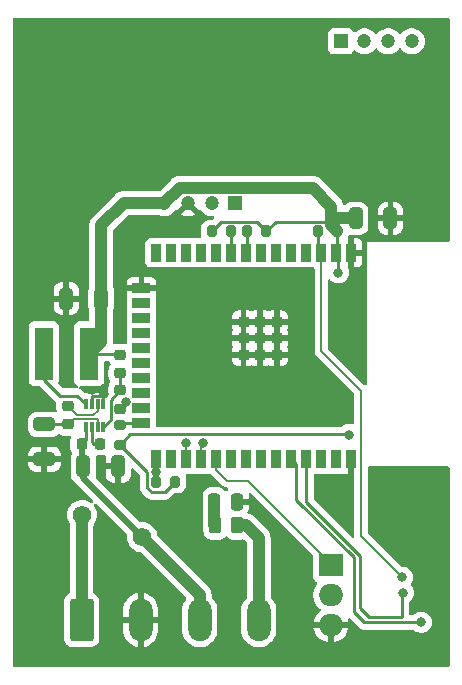
<source format=gbr>
%TF.GenerationSoftware,KiCad,Pcbnew,7.0.1*%
%TF.CreationDate,2024-02-27T21:29:27+01:00*%
%TF.ProjectId,PresenceDetection,50726573-656e-4636-9544-657465637469,rev?*%
%TF.SameCoordinates,Original*%
%TF.FileFunction,Copper,L1,Top*%
%TF.FilePolarity,Positive*%
%FSLAX46Y46*%
G04 Gerber Fmt 4.6, Leading zero omitted, Abs format (unit mm)*
G04 Created by KiCad (PCBNEW 7.0.1) date 2024-02-27 21:29:27*
%MOMM*%
%LPD*%
G01*
G04 APERTURE LIST*
G04 Aperture macros list*
%AMRoundRect*
0 Rectangle with rounded corners*
0 $1 Rounding radius*
0 $2 $3 $4 $5 $6 $7 $8 $9 X,Y pos of 4 corners*
0 Add a 4 corners polygon primitive as box body*
4,1,4,$2,$3,$4,$5,$6,$7,$8,$9,$2,$3,0*
0 Add four circle primitives for the rounded corners*
1,1,$1+$1,$2,$3*
1,1,$1+$1,$4,$5*
1,1,$1+$1,$6,$7*
1,1,$1+$1,$8,$9*
0 Add four rect primitives between the rounded corners*
20,1,$1+$1,$2,$3,$4,$5,0*
20,1,$1+$1,$4,$5,$6,$7,0*
20,1,$1+$1,$6,$7,$8,$9,0*
20,1,$1+$1,$8,$9,$2,$3,0*%
G04 Aperture macros list end*
%TA.AperFunction,ComponentPad*%
%ADD10R,2.000000X1.905000*%
%TD*%
%TA.AperFunction,ComponentPad*%
%ADD11O,2.000000X1.905000*%
%TD*%
%TA.AperFunction,SMDPad,CuDef*%
%ADD12RoundRect,0.250000X-0.325000X-0.650000X0.325000X-0.650000X0.325000X0.650000X-0.325000X0.650000X0*%
%TD*%
%TA.AperFunction,SMDPad,CuDef*%
%ADD13R,1.550000X4.500000*%
%TD*%
%TA.AperFunction,SMDPad,CuDef*%
%ADD14RoundRect,0.200000X-0.275000X0.200000X-0.275000X-0.200000X0.275000X-0.200000X0.275000X0.200000X0*%
%TD*%
%TA.AperFunction,ComponentPad*%
%ADD15C,1.560000*%
%TD*%
%TA.AperFunction,SMDPad,CuDef*%
%ADD16RoundRect,0.250000X-0.250000X-0.475000X0.250000X-0.475000X0.250000X0.475000X-0.250000X0.475000X0*%
%TD*%
%TA.AperFunction,SMDPad,CuDef*%
%ADD17RoundRect,0.225000X-0.250000X0.225000X-0.250000X-0.225000X0.250000X-0.225000X0.250000X0.225000X0*%
%TD*%
%TA.AperFunction,SMDPad,CuDef*%
%ADD18R,0.300000X0.850000*%
%TD*%
%TA.AperFunction,SMDPad,CuDef*%
%ADD19RoundRect,0.200000X-0.200000X-0.275000X0.200000X-0.275000X0.200000X0.275000X-0.200000X0.275000X0*%
%TD*%
%TA.AperFunction,ComponentPad*%
%ADD20RoundRect,0.250000X-0.750000X-1.550000X0.750000X-1.550000X0.750000X1.550000X-0.750000X1.550000X0*%
%TD*%
%TA.AperFunction,ComponentPad*%
%ADD21O,2.000000X3.600000*%
%TD*%
%TA.AperFunction,SMDPad,CuDef*%
%ADD22RoundRect,0.225000X-0.225000X-0.250000X0.225000X-0.250000X0.225000X0.250000X-0.225000X0.250000X0*%
%TD*%
%TA.AperFunction,SMDPad,CuDef*%
%ADD23RoundRect,0.250000X0.262500X0.450000X-0.262500X0.450000X-0.262500X-0.450000X0.262500X-0.450000X0*%
%TD*%
%TA.AperFunction,SMDPad,CuDef*%
%ADD24RoundRect,0.250000X-0.650000X0.325000X-0.650000X-0.325000X0.650000X-0.325000X0.650000X0.325000X0*%
%TD*%
%TA.AperFunction,SMDPad,CuDef*%
%ADD25RoundRect,0.250000X0.325000X0.650000X-0.325000X0.650000X-0.325000X-0.650000X0.325000X-0.650000X0*%
%TD*%
%TA.AperFunction,SMDPad,CuDef*%
%ADD26RoundRect,0.200000X0.200000X0.275000X-0.200000X0.275000X-0.200000X-0.275000X0.200000X-0.275000X0*%
%TD*%
%TA.AperFunction,ComponentPad*%
%ADD27R,1.200000X1.200000*%
%TD*%
%TA.AperFunction,ComponentPad*%
%ADD28C,1.200000*%
%TD*%
%TA.AperFunction,SMDPad,CuDef*%
%ADD29R,0.900000X1.500000*%
%TD*%
%TA.AperFunction,SMDPad,CuDef*%
%ADD30R,1.500000X0.900000*%
%TD*%
%TA.AperFunction,SMDPad,CuDef*%
%ADD31R,0.900000X0.900000*%
%TD*%
%TA.AperFunction,ViaPad*%
%ADD32C,0.800000*%
%TD*%
%TA.AperFunction,Conductor*%
%ADD33C,0.127000*%
%TD*%
%TA.AperFunction,Conductor*%
%ADD34C,0.250000*%
%TD*%
%TA.AperFunction,Conductor*%
%ADD35C,1.000000*%
%TD*%
%TA.AperFunction,Conductor*%
%ADD36C,0.500000*%
%TD*%
%TA.AperFunction,Conductor*%
%ADD37C,0.254000*%
%TD*%
G04 APERTURE END LIST*
D10*
%TO.P,Q1,1,G*%
%TO.N,/ESP32/GPIO5*%
X152955000Y-129360000D03*
D11*
%TO.P,Q1,2,D*%
%TO.N,Net-(J1-Pin_4)*%
X152955000Y-131900000D03*
%TO.P,Q1,3,S*%
%TO.N,GND*%
X152955000Y-134440000D03*
%TD*%
D12*
%TO.P,C5,1*%
%TO.N,/Power/Vin*%
X132000000Y-121000000D03*
%TO.P,C5,2*%
%TO.N,GND*%
X134950000Y-121000000D03*
%TD*%
D13*
%TO.P,L1,1,1*%
%TO.N,Net-(IC1-LX)*%
X128650000Y-111450000D03*
%TO.P,L1,2,2*%
%TO.N,+3.3V*%
X132500000Y-111450000D03*
%TD*%
D14*
%TO.P,R4,1*%
%TO.N,/ESP32/GPIO2*%
X135100000Y-117500000D03*
%TO.P,R4,2*%
%TO.N,+3.3V*%
X135100000Y-119150000D03*
%TD*%
D12*
%TO.P,C2,1*%
%TO.N,+3.3V*%
X155050000Y-100000000D03*
%TO.P,C2,2*%
%TO.N,GND*%
X158000000Y-100000000D03*
%TD*%
D15*
%TO.P,F1,1*%
%TO.N,Net-(J1-Pin_1)*%
X131900000Y-125100000D03*
%TO.P,F1,2*%
%TO.N,/Power/Vin*%
X137000000Y-127000000D03*
%TD*%
D16*
%TO.P,C1,1*%
%TO.N,Net-(C1-Pad1)*%
X143100000Y-124000000D03*
%TO.P,C1,2*%
%TO.N,GND*%
X145000000Y-124000000D03*
%TD*%
D17*
%TO.P,R8,1*%
%TO.N,+3.3V*%
X135100000Y-111550000D03*
%TO.P,R8,2*%
%TO.N,Net-(IC1-FB{slash}VOUT)*%
X135100000Y-113100000D03*
%TD*%
D18*
%TO.P,IC1,1,VIN*%
%TO.N,/Power/Vin*%
X132200000Y-117650000D03*
%TO.P,IC1,2,EN/UVLO*%
%TO.N,Net-(IC1-EN{slash}UVLO)*%
X132700000Y-117650000D03*
%TO.P,IC1,3,VCC*%
%TO.N,VAA*%
X133200000Y-117650000D03*
%TO.P,IC1,4,FB/VOUT*%
%TO.N,Net-(IC1-FB{slash}VOUT)*%
X133700000Y-117650000D03*
%TO.P,IC1,5,MODE*%
%TO.N,GND*%
X133700000Y-115750000D03*
%TO.P,IC1,6,~{RESET}*%
%TO.N,Net-(IC1-~{RESET})*%
X133200000Y-115750000D03*
%TO.P,IC1,7,GND*%
%TO.N,GND*%
X132700000Y-115750000D03*
%TO.P,IC1,8,LX*%
%TO.N,Net-(IC1-LX)*%
X132200000Y-115750000D03*
%TD*%
D19*
%TO.P,R3,1*%
%TO.N,EN*%
X151850000Y-101100000D03*
%TO.P,R3,2*%
%TO.N,+3.3V*%
X153500000Y-101100000D03*
%TD*%
D20*
%TO.P,J1,1,Pin_1*%
%TO.N,Net-(J1-Pin_1)*%
X131850000Y-134000000D03*
D21*
%TO.P,J1,2,Pin_2*%
%TO.N,GND*%
X136850000Y-134000000D03*
%TO.P,J1,3,Pin_3*%
%TO.N,/Power/Vin*%
X141850000Y-134000000D03*
%TO.P,J1,4,Pin_4*%
%TO.N,Net-(J1-Pin_4)*%
X146850000Y-134000000D03*
%TD*%
D22*
%TO.P,R6,1*%
%TO.N,/Power/Vin*%
X131850000Y-119100000D03*
%TO.P,R6,2*%
%TO.N,Net-(IC1-EN{slash}UVLO)*%
X133400000Y-119100000D03*
%TD*%
D23*
%TO.P,R10,1*%
%TO.N,Net-(J1-Pin_4)*%
X145000000Y-126000000D03*
%TO.P,R10,2*%
%TO.N,Net-(C1-Pad1)*%
X143175000Y-126000000D03*
%TD*%
D19*
%TO.P,R1,1*%
%TO.N,/ESP32/SCL*%
X145850000Y-101100000D03*
%TO.P,R1,2*%
%TO.N,+3.3V*%
X147500000Y-101100000D03*
%TD*%
D24*
%TO.P,C6,1*%
%TO.N,VAA*%
X128700000Y-117450000D03*
%TO.P,C6,2*%
%TO.N,GND*%
X128700000Y-120400000D03*
%TD*%
D25*
%TO.P,C7,1*%
%TO.N,+3.3V*%
X133500000Y-106800000D03*
%TO.P,C7,2*%
%TO.N,GND*%
X130550000Y-106800000D03*
%TD*%
D26*
%TO.P,R2,1*%
%TO.N,/ESP32/SDA*%
X144500000Y-101100000D03*
%TO.P,R2,2*%
%TO.N,+3.3V*%
X142850000Y-101100000D03*
%TD*%
D27*
%TO.P,J2,1,Pin_1*%
%TO.N,UTX*%
X144860000Y-98700000D03*
D28*
%TO.P,J2,2,Pin_2*%
%TO.N,URX*%
X142860000Y-98700000D03*
%TO.P,J2,3,Pin_3*%
%TO.N,GND*%
X140860000Y-98700000D03*
%TO.P,J2,4,Pin_4*%
%TO.N,+3.3V*%
X138860000Y-98700000D03*
D27*
%TO.P,J2,A*%
%TO.N,N/C*%
X153800000Y-85000000D03*
D28*
X155800000Y-85000000D03*
X157800000Y-85000000D03*
X159800000Y-85000000D03*
%TD*%
D17*
%TO.P,R7,1*%
%TO.N,Net-(IC1-~{RESET})*%
X130700000Y-115900000D03*
%TO.P,R7,2*%
%TO.N,VAA*%
X130700000Y-117450000D03*
%TD*%
D19*
%TO.P,R5,1*%
%TO.N,D0*%
X138150000Y-122300000D03*
%TO.P,R5,2*%
%TO.N,+3.3V*%
X139800000Y-122300000D03*
%TD*%
D29*
%TO.P,U2,1,GND*%
%TO.N,GND*%
X154680000Y-102900000D03*
%TO.P,U2,2,3V3*%
%TO.N,+3.3V*%
X153410000Y-102900000D03*
%TO.P,U2,3,EN/CHIP_PU*%
%TO.N,EN*%
X152140000Y-102900000D03*
%TO.P,U2,4,SENSOR_VP/GPIO36/ADC1_CH0*%
%TO.N,/ESP32/A4*%
X150870000Y-102900000D03*
%TO.P,U2,5,SENSOR_VN/GPIO39/ADC1_CH3*%
%TO.N,/ESP32/A3*%
X149600000Y-102900000D03*
%TO.P,U2,6,GPIO34/ADC1_CH6*%
%TO.N,unconnected-(U2-GPIO34{slash}ADC1_CH6-Pad6)*%
X148330000Y-102900000D03*
%TO.P,U2,7,GPIO35/ADC1_CH7*%
%TO.N,unconnected-(U2-GPIO35{slash}ADC1_CH7-Pad7)*%
X147060000Y-102900000D03*
%TO.P,U2,8,32K_XP/GPIO32/ADC1_CH4*%
%TO.N,/ESP32/SCL*%
X145790000Y-102900000D03*
%TO.P,U2,9,32K_XN/GPIO33/ADC1_CH5*%
%TO.N,/ESP32/SDA*%
X144520000Y-102900000D03*
%TO.P,U2,10,DAC_1/ADC2_CH8/GPIO25*%
%TO.N,/ESP32/A1*%
X143250000Y-102900000D03*
%TO.P,U2,11,DAC_2/ADC2_CH9/GPIO26*%
%TO.N,/ESP32/A0*%
X141980000Y-102900000D03*
%TO.P,U2,12,ADC2_CH7/GPIO27*%
%TO.N,unconnected-(U2-ADC2_CH7{slash}GPIO27-Pad12)*%
X140710000Y-102900000D03*
%TO.P,U2,13,MTMS/GPIO14/ADC2_CH6*%
%TO.N,unconnected-(U2-MTMS{slash}GPIO14{slash}ADC2_CH6-Pad13)*%
X139440000Y-102900000D03*
%TO.P,U2,14,MTDI/GPIO12/ADC2_CH5*%
%TO.N,unconnected-(U2-MTDI{slash}GPIO12{slash}ADC2_CH5-Pad14)*%
X138170000Y-102900000D03*
D30*
%TO.P,U2,15,GND*%
%TO.N,GND*%
X136920000Y-105930000D03*
%TO.P,U2,16,MTCK/GPIO13/ADC2_CH4*%
%TO.N,unconnected-(U2-MTCK{slash}GPIO13{slash}ADC2_CH4-Pad16)*%
X136920000Y-107200000D03*
%TO.P,U2,17*%
%TO.N,N/C*%
X136920000Y-108470000D03*
%TO.P,U2,18*%
X136920000Y-109740000D03*
%TO.P,U2,19*%
X136920000Y-111010000D03*
%TO.P,U2,20*%
X136920000Y-112280000D03*
%TO.P,U2,21*%
X136920000Y-113550000D03*
%TO.P,U2,22*%
X136920000Y-114820000D03*
%TO.P,U2,23,MTDO/GPIO15/ADC2_CH3*%
%TO.N,/ESP32/GPIO15*%
X136920000Y-116090000D03*
%TO.P,U2,24,ADC2_CH2/GPIO2*%
%TO.N,/ESP32/GPIO2*%
X136920000Y-117360000D03*
D29*
%TO.P,U2,25,GPIO0/BOOT/ADC2_CH1*%
%TO.N,D0*%
X138170000Y-120400000D03*
%TO.P,U2,26,ADC2_CH0/GPIO4*%
%TO.N,/ESP32/GPIO4*%
X139440000Y-120400000D03*
%TO.P,U2,27,GPIO16*%
%TO.N,UTX*%
X140710000Y-120400000D03*
%TO.P,U2,28,GPIO17*%
%TO.N,URX*%
X141980000Y-120400000D03*
%TO.P,U2,29,GPIO5*%
%TO.N,/ESP32/GPIO5*%
X143250000Y-120400000D03*
%TO.P,U2,30,GPIO18*%
%TO.N,/ESP32/SCK*%
X144520000Y-120400000D03*
%TO.P,U2,31,GPIO19*%
%TO.N,/ESP32/MISO*%
X145790000Y-120400000D03*
%TO.P,U2,32*%
%TO.N,N/C*%
X147060000Y-120400000D03*
%TO.P,U2,33,GPIO21*%
%TO.N,unconnected-(U2-GPIO21-Pad33)*%
X148330000Y-120400000D03*
%TO.P,U2,34,U0RXD/GPIO3*%
%TO.N,RX*%
X149600000Y-120400000D03*
%TO.P,U2,35,U0TXD/GPIO1*%
%TO.N,TX*%
X150870000Y-120400000D03*
%TO.P,U2,36,GPIO22*%
%TO.N,unconnected-(U2-GPIO22-Pad36)*%
X152140000Y-120400000D03*
%TO.P,U2,37,GPIO23*%
%TO.N,/ESP32/MOSI*%
X153410000Y-120400000D03*
%TO.P,U2,38,GND*%
%TO.N,GND*%
X154680000Y-120400000D03*
D31*
%TO.P,U2,39,GND_THERMAL*%
X148360000Y-108750000D03*
X146960000Y-108750000D03*
X145560000Y-108750000D03*
X148360000Y-110150000D03*
X146960000Y-110150000D03*
X145560000Y-110150000D03*
X148360000Y-111550000D03*
X146960000Y-111550000D03*
X145560000Y-111550000D03*
%TD*%
D17*
%TO.P,R9,1*%
%TO.N,Net-(IC1-FB{slash}VOUT)*%
X135100000Y-114550000D03*
%TO.P,R9,2*%
%TO.N,GND*%
X135100000Y-116100000D03*
%TD*%
D32*
%TO.N,EN*%
X159000000Y-130400000D03*
%TO.N,TX*%
X159100000Y-131700000D03*
%TO.N,RX*%
X160600000Y-134200000D03*
%TO.N,GND*%
X137000000Y-131000000D03*
X130000000Y-104000000D03*
X138000000Y-131000000D03*
X139000000Y-107000000D03*
X132000000Y-104000000D03*
X135574807Y-115568261D03*
X131000000Y-104000000D03*
X133760042Y-114863733D03*
X139000000Y-106000000D03*
X135000000Y-131000000D03*
X136000000Y-131000000D03*
%TO.N,URX*%
X142100000Y-119000000D03*
%TO.N,UTX*%
X140700000Y-119000000D03*
%TO.N,+3.3V*%
X153600000Y-104600000D03*
X154500000Y-118300000D03*
%TO.N,D0*%
X138150000Y-121500000D03*
%TD*%
D33*
%TO.N,EN*%
X155500000Y-126900000D02*
X159000000Y-130400000D01*
X155500000Y-114600000D02*
X155500000Y-126900000D01*
D34*
%TO.N,TX*%
X156150000Y-133750000D02*
X158700000Y-133750000D01*
X158950000Y-131850000D02*
X159100000Y-131700000D01*
X155400000Y-133000000D02*
X156150000Y-133750000D01*
X155400000Y-128566104D02*
X155400000Y-133000000D01*
X158950000Y-133750000D02*
X158950000Y-131850000D01*
X150870000Y-124036104D02*
X155400000Y-128566104D01*
X150870000Y-120400000D02*
X150870000Y-124036104D01*
X158700000Y-133750000D02*
X158950000Y-133750000D01*
%TO.N,RX*%
X155800000Y-134200000D02*
X160600000Y-134200000D01*
X154900000Y-133300000D02*
X155800000Y-134200000D01*
X154900000Y-128702500D02*
X154900000Y-133300000D01*
X150032249Y-123834749D02*
X154900000Y-128702500D01*
X150032249Y-120832249D02*
X150032249Y-123834749D01*
X149600000Y-120400000D02*
X150032249Y-120832249D01*
D33*
%TO.N,/ESP32/GPIO5*%
X152955000Y-129255000D02*
X152955000Y-129360000D01*
X144173000Y-122200000D02*
X145900000Y-122200000D01*
X143250000Y-121277000D02*
X144173000Y-122200000D01*
X143250000Y-120400000D02*
X143250000Y-121277000D01*
X145900000Y-122200000D02*
X152955000Y-129255000D01*
D35*
%TO.N,Net-(J1-Pin_4)*%
X146850000Y-127050000D02*
X145800000Y-126000000D01*
X146850000Y-134000000D02*
X146850000Y-127050000D01*
X145800000Y-126000000D02*
X145000000Y-126000000D01*
%TO.N,/Power/Vin*%
X141850000Y-131850000D02*
X137000000Y-127000000D01*
D36*
X131850000Y-119100000D02*
X131850000Y-120850000D01*
X137000000Y-127000000D02*
X132000000Y-122000000D01*
D37*
X132200000Y-118750000D02*
X131850000Y-119100000D01*
D36*
X131850000Y-120850000D02*
X132000000Y-121000000D01*
D37*
X132200000Y-117650000D02*
X132200000Y-118750000D01*
D36*
X132000000Y-122000000D02*
X132000000Y-121000000D01*
D35*
X141850000Y-134000000D02*
X141850000Y-131850000D01*
D37*
%TO.N,GND*%
X135100000Y-116100000D02*
X135100000Y-116043068D01*
X133700000Y-115021000D02*
X133677000Y-114998000D01*
X133677000Y-114998000D02*
X132702000Y-114998000D01*
X135100000Y-116043068D02*
X135574807Y-115568261D01*
X132702000Y-114998000D02*
X132700000Y-115000000D01*
X133700000Y-115750000D02*
X133700000Y-114923775D01*
X133700000Y-115750000D02*
X133700000Y-115021000D01*
X132700000Y-115000000D02*
X132700000Y-115750000D01*
X133700000Y-114923775D02*
X133760042Y-114863733D01*
D33*
%TO.N,URX*%
X141980000Y-119120000D02*
X141980000Y-120400000D01*
X142100000Y-119000000D02*
X141980000Y-119120000D01*
%TO.N,UTX*%
X140700000Y-119000000D02*
X140710000Y-119010000D01*
X140710000Y-119010000D02*
X140710000Y-120400000D01*
D37*
%TO.N,+3.3V*%
X152698000Y-100298000D02*
X153500000Y-101100000D01*
X153500000Y-101100000D02*
X153500000Y-102810000D01*
X137423000Y-122793291D02*
X137829709Y-123200000D01*
X153600000Y-103090000D02*
X153410000Y-102900000D01*
X135000000Y-111450000D02*
X135100000Y-111550000D01*
D35*
X153000000Y-99000000D02*
X153000000Y-100600000D01*
X153600000Y-100000000D02*
X155050000Y-100000000D01*
X133500000Y-106800000D02*
X133500000Y-100600000D01*
D37*
X146698000Y-100298000D02*
X146200000Y-100298000D01*
X135100000Y-119150000D02*
X135977000Y-118273000D01*
X154473000Y-118273000D02*
X154500000Y-118300000D01*
X147500000Y-101100000D02*
X148302000Y-100298000D01*
D35*
X140160000Y-97400000D02*
X151400000Y-97400000D01*
D37*
X135100000Y-119150000D02*
X137423000Y-121473000D01*
X146200000Y-100298000D02*
X143652000Y-100298000D01*
X137829709Y-123200000D02*
X138900000Y-123200000D01*
X135977000Y-118273000D02*
X154473000Y-118273000D01*
D35*
X133500000Y-100600000D02*
X135400000Y-98700000D01*
X133500000Y-110450000D02*
X132500000Y-111450000D01*
D37*
X137423000Y-121473000D02*
X137423000Y-122793291D01*
D35*
X133500000Y-106800000D02*
X133500000Y-110450000D01*
X153000000Y-100600000D02*
X153500000Y-101100000D01*
X135400000Y-98700000D02*
X138860000Y-98700000D01*
D37*
X153500000Y-102810000D02*
X153410000Y-102900000D01*
X147500000Y-101100000D02*
X146698000Y-100298000D01*
X148302000Y-100298000D02*
X152698000Y-100298000D01*
X132500000Y-111450000D02*
X135000000Y-111450000D01*
D35*
X138860000Y-98700000D02*
X140160000Y-97400000D01*
X153000000Y-100600000D02*
X153600000Y-100000000D01*
D37*
X138900000Y-123200000D02*
X139800000Y-122300000D01*
X143652000Y-100298000D02*
X142850000Y-101100000D01*
X153600000Y-104600000D02*
X153600000Y-103090000D01*
D35*
X151400000Y-97400000D02*
X153000000Y-99000000D01*
%TO.N,Net-(C1-Pad1)*%
X143100000Y-124000000D02*
X143100000Y-125925000D01*
X143100000Y-125925000D02*
X143175000Y-126000000D01*
D37*
%TO.N,/ESP32/GPIO2*%
X135240000Y-117360000D02*
X135100000Y-117500000D01*
X136920000Y-117360000D02*
X135240000Y-117360000D01*
D35*
%TO.N,Net-(J1-Pin_1)*%
X131850000Y-134000000D02*
X131850000Y-125150000D01*
X131850000Y-125150000D02*
X131900000Y-125100000D01*
D37*
%TO.N,/ESP32/SDA*%
X144520000Y-101120000D02*
X144500000Y-101100000D01*
X144520000Y-102900000D02*
X144520000Y-101120000D01*
%TO.N,/ESP32/SCL*%
X145850000Y-102840000D02*
X145790000Y-102900000D01*
X145850000Y-101100000D02*
X145850000Y-102840000D01*
D33*
%TO.N,VAA*%
X131188500Y-116961500D02*
X130700000Y-117450000D01*
X133200000Y-117048000D02*
X133113500Y-116961500D01*
X133200000Y-117650000D02*
X133200000Y-117048000D01*
X133113500Y-116961500D02*
X131188500Y-116961500D01*
D37*
X128700000Y-117450000D02*
X130700000Y-117450000D01*
%TO.N,Net-(IC1-EN{slash}UVLO)*%
X132700000Y-118900000D02*
X132900000Y-119100000D01*
X132700000Y-117650000D02*
X132700000Y-118900000D01*
X132900000Y-119100000D02*
X133400000Y-119100000D01*
D33*
%TO.N,Net-(IC1-~{RESET})*%
X132834500Y-116634500D02*
X133200000Y-116269000D01*
X131434500Y-116634500D02*
X132834500Y-116634500D01*
X130700000Y-115900000D02*
X131434500Y-116634500D01*
X133200000Y-116269000D02*
X133200000Y-115750000D01*
D37*
%TO.N,Net-(IC1-FB{slash}VOUT)*%
X134298000Y-117052000D02*
X133700000Y-117650000D01*
X134298000Y-115352000D02*
X134298000Y-117052000D01*
X135100000Y-114550000D02*
X134298000Y-115352000D01*
X135100000Y-114550000D02*
X135100000Y-113100000D01*
%TO.N,EN*%
X151850000Y-101100000D02*
X151850000Y-102610000D01*
D33*
X155500000Y-114600000D02*
X152140000Y-111240000D01*
X152140000Y-111240000D02*
X152140000Y-102900000D01*
D37*
X151850000Y-102610000D02*
X152140000Y-102900000D01*
D34*
%TO.N,Net-(IC1-LX)*%
X131450000Y-115000000D02*
X130000000Y-115000000D01*
X130000000Y-115000000D02*
X128650000Y-113650000D01*
X128650000Y-113650000D02*
X128650000Y-111450000D01*
X132200000Y-115750000D02*
X131450000Y-115000000D01*
D37*
%TO.N,D0*%
X138150000Y-121500000D02*
X138150000Y-120420000D01*
X138150000Y-120420000D02*
X138170000Y-120400000D01*
X138150000Y-122300000D02*
X138150000Y-121500000D01*
%TD*%
%TA.AperFunction,Conductor*%
%TO.N,GND*%
G36*
X162937500Y-83017113D02*
G01*
X162982887Y-83062500D01*
X162999500Y-83124500D01*
X162999500Y-101876000D01*
X162982887Y-101938000D01*
X162937500Y-101983387D01*
X162875500Y-102000000D01*
X156000000Y-102000000D01*
X156000000Y-114003021D01*
X155986485Y-114059316D01*
X155948885Y-114103339D01*
X155895398Y-114125494D01*
X155837682Y-114120952D01*
X155788319Y-114090702D01*
X152740319Y-111042702D01*
X152713439Y-111002474D01*
X152704000Y-110955021D01*
X152704000Y-105273699D01*
X152718111Y-105216250D01*
X152757231Y-105171877D01*
X152812458Y-105150677D01*
X152871223Y-105157476D01*
X152920150Y-105190726D01*
X152994132Y-105272891D01*
X153147269Y-105384151D01*
X153320197Y-105461144D01*
X153505352Y-105500500D01*
X153505354Y-105500500D01*
X153694646Y-105500500D01*
X153694648Y-105500500D01*
X153858641Y-105465642D01*
X153879803Y-105461144D01*
X154052730Y-105384151D01*
X154205871Y-105272888D01*
X154332533Y-105132216D01*
X154427179Y-104968284D01*
X154485674Y-104788256D01*
X154505460Y-104600000D01*
X154485674Y-104411744D01*
X154431311Y-104244435D01*
X154428671Y-104177164D01*
X154430000Y-104174791D01*
X154430000Y-103150000D01*
X154930000Y-103150000D01*
X154930000Y-104150000D01*
X155177824Y-104150000D01*
X155237375Y-104143597D01*
X155372089Y-104093352D01*
X155487188Y-104007188D01*
X155573352Y-103892089D01*
X155623597Y-103757375D01*
X155630000Y-103697824D01*
X155630000Y-103150000D01*
X154930000Y-103150000D01*
X154430000Y-103150000D01*
X154430000Y-101650000D01*
X154930000Y-101650000D01*
X154930000Y-102650000D01*
X155630000Y-102650000D01*
X155630000Y-102102176D01*
X155623597Y-102042624D01*
X155573352Y-101907910D01*
X155487188Y-101792811D01*
X155372089Y-101706647D01*
X155237375Y-101656402D01*
X155177824Y-101650000D01*
X154930000Y-101650000D01*
X154430000Y-101650000D01*
X154430000Y-101647372D01*
X154407609Y-101613398D01*
X154398802Y-101564260D01*
X154410086Y-101515630D01*
X154410708Y-101514277D01*
X154435458Y-101460410D01*
X154465797Y-101419464D01*
X154510049Y-101394178D01*
X154560734Y-101388827D01*
X154572201Y-101389998D01*
X154572203Y-101389999D01*
X154674991Y-101400500D01*
X155425008Y-101400499D01*
X155527797Y-101389999D01*
X155694334Y-101334814D01*
X155843656Y-101242712D01*
X155967712Y-101118656D01*
X156059814Y-100969334D01*
X156114999Y-100802797D01*
X156125500Y-100700009D01*
X156125500Y-100250000D01*
X156925001Y-100250000D01*
X156925001Y-100699979D01*
X156935493Y-100802695D01*
X156990642Y-100969122D01*
X157082683Y-101118345D01*
X157206654Y-101242316D01*
X157355877Y-101334357D01*
X157522303Y-101389506D01*
X157625021Y-101400000D01*
X157750000Y-101400000D01*
X157750000Y-100250000D01*
X158250000Y-100250000D01*
X158250000Y-101399999D01*
X158374979Y-101399999D01*
X158477695Y-101389506D01*
X158644122Y-101334357D01*
X158793345Y-101242316D01*
X158917316Y-101118345D01*
X159009357Y-100969122D01*
X159064506Y-100802696D01*
X159075000Y-100699979D01*
X159075000Y-100250000D01*
X158250000Y-100250000D01*
X157750000Y-100250000D01*
X156925001Y-100250000D01*
X156125500Y-100250000D01*
X156125499Y-99750000D01*
X156925000Y-99750000D01*
X157750000Y-99750000D01*
X157750000Y-98600001D01*
X157625021Y-98600001D01*
X157522304Y-98610493D01*
X157355877Y-98665642D01*
X157206654Y-98757683D01*
X157082683Y-98881654D01*
X156990642Y-99030877D01*
X156935493Y-99197303D01*
X156925000Y-99300021D01*
X156925000Y-99750000D01*
X156125499Y-99750000D01*
X156125499Y-99299992D01*
X156114999Y-99197203D01*
X156059814Y-99030666D01*
X155967712Y-98881344D01*
X155967711Y-98881342D01*
X155843657Y-98757288D01*
X155694334Y-98665186D01*
X155527797Y-98610000D01*
X155429904Y-98600000D01*
X158250000Y-98600000D01*
X158250000Y-99750000D01*
X159074999Y-99750000D01*
X159074999Y-99300021D01*
X159064506Y-99197304D01*
X159009357Y-99030877D01*
X158917316Y-98881654D01*
X158793345Y-98757683D01*
X158644122Y-98665642D01*
X158477696Y-98610493D01*
X158374979Y-98600000D01*
X158250000Y-98600000D01*
X155429904Y-98600000D01*
X155425009Y-98599500D01*
X154674991Y-98599500D01*
X154572203Y-98610000D01*
X154405665Y-98665186D01*
X154256344Y-98757287D01*
X154184964Y-98828667D01*
X154130640Y-98860414D01*
X154067728Y-98861411D01*
X154012426Y-98831402D01*
X153978972Y-98778112D01*
X153975966Y-98768533D01*
X153972224Y-98753291D01*
X153966858Y-98723348D01*
X153944975Y-98668563D01*
X153941815Y-98659686D01*
X153924159Y-98603412D01*
X153909398Y-98576817D01*
X153902663Y-98562636D01*
X153891378Y-98534384D01*
X153891378Y-98534383D01*
X153858901Y-98485106D01*
X153854040Y-98477082D01*
X153825409Y-98425498D01*
X153825408Y-98425496D01*
X153805593Y-98402415D01*
X153796144Y-98389883D01*
X153779402Y-98364481D01*
X153737699Y-98322779D01*
X153731292Y-98315866D01*
X153692865Y-98271103D01*
X153668802Y-98252477D01*
X153657022Y-98242102D01*
X152117567Y-96702647D01*
X152115412Y-96700438D01*
X152055059Y-96636947D01*
X152006640Y-96603246D01*
X151999118Y-96597575D01*
X151953405Y-96560300D01*
X151926440Y-96546215D01*
X151913019Y-96538084D01*
X151888049Y-96520705D01*
X151888048Y-96520704D01*
X151888046Y-96520703D01*
X151833845Y-96497443D01*
X151825336Y-96493402D01*
X151773053Y-96466092D01*
X151767126Y-96464396D01*
X151743798Y-96457721D01*
X151729020Y-96452459D01*
X151701058Y-96440460D01*
X151643272Y-96428583D01*
X151634128Y-96426338D01*
X151577421Y-96410113D01*
X151547075Y-96407802D01*
X151531534Y-96405622D01*
X151501742Y-96399500D01*
X151501741Y-96399500D01*
X151442758Y-96399500D01*
X151433344Y-96399142D01*
X151408392Y-96397242D01*
X151374524Y-96394663D01*
X151374523Y-96394663D01*
X151344349Y-96398506D01*
X151328683Y-96399500D01*
X140174279Y-96399500D01*
X140171137Y-96399460D01*
X140083637Y-96397242D01*
X140025580Y-96407648D01*
X140016251Y-96408957D01*
X139957558Y-96414926D01*
X139928528Y-96424034D01*
X139913288Y-96427775D01*
X139883346Y-96433141D01*
X139828572Y-96455020D01*
X139819702Y-96458178D01*
X139763409Y-96475841D01*
X139736818Y-96490600D01*
X139722648Y-96497330D01*
X139694383Y-96508621D01*
X139645121Y-96541087D01*
X139637066Y-96545967D01*
X139585495Y-96574591D01*
X139562406Y-96594412D01*
X139549883Y-96603855D01*
X139524484Y-96620596D01*
X139482782Y-96662297D01*
X139475875Y-96668698D01*
X139431104Y-96707134D01*
X139412480Y-96731194D01*
X139402107Y-96742971D01*
X138495333Y-97649745D01*
X138452451Y-97677688D01*
X138417762Y-97691127D01*
X138372972Y-97699500D01*
X135414279Y-97699500D01*
X135411137Y-97699460D01*
X135323637Y-97697242D01*
X135265580Y-97707648D01*
X135256251Y-97708957D01*
X135197562Y-97714926D01*
X135168527Y-97724035D01*
X135153290Y-97727774D01*
X135123346Y-97733141D01*
X135068568Y-97755021D01*
X135059698Y-97758179D01*
X135003414Y-97775839D01*
X134976819Y-97790601D01*
X134962641Y-97797334D01*
X134934385Y-97808620D01*
X134885122Y-97841087D01*
X134877066Y-97845967D01*
X134825495Y-97874591D01*
X134802406Y-97894412D01*
X134789883Y-97903855D01*
X134764484Y-97920596D01*
X134722782Y-97962297D01*
X134715875Y-97968698D01*
X134671104Y-98007134D01*
X134652480Y-98031194D01*
X134642107Y-98042971D01*
X132802646Y-99882432D01*
X132800399Y-99884623D01*
X132736948Y-99944939D01*
X132703244Y-99993362D01*
X132697573Y-100000882D01*
X132660301Y-100046593D01*
X132646210Y-100073566D01*
X132638082Y-100086983D01*
X132620705Y-100111950D01*
X132597439Y-100166165D01*
X132593399Y-100174671D01*
X132566090Y-100226952D01*
X132557720Y-100256201D01*
X132552459Y-100270978D01*
X132540460Y-100298942D01*
X132528587Y-100356713D01*
X132526342Y-100365860D01*
X132510113Y-100422580D01*
X132507802Y-100452925D01*
X132505622Y-100468466D01*
X132499500Y-100498259D01*
X132499500Y-100557242D01*
X132499142Y-100566656D01*
X132494663Y-100625477D01*
X132498506Y-100655651D01*
X132499500Y-100671317D01*
X132499500Y-105782548D01*
X132493206Y-105821552D01*
X132435000Y-105997202D01*
X132424500Y-106099990D01*
X132424500Y-107500008D01*
X132435000Y-107602796D01*
X132493206Y-107778448D01*
X132499500Y-107817452D01*
X132499500Y-108575501D01*
X132482887Y-108637501D01*
X132437500Y-108682888D01*
X132375500Y-108699501D01*
X131677128Y-108699501D01*
X131647322Y-108702704D01*
X131617515Y-108705909D01*
X131482669Y-108756204D01*
X131367454Y-108842454D01*
X131281204Y-108957668D01*
X131230909Y-109092515D01*
X131230909Y-109092517D01*
X131224909Y-109148328D01*
X131224500Y-109152130D01*
X131224500Y-113747869D01*
X131230909Y-113807484D01*
X131237442Y-113824999D01*
X131281204Y-113942331D01*
X131367454Y-114057546D01*
X131482669Y-114143796D01*
X131482671Y-114143796D01*
X131492196Y-114150927D01*
X131529686Y-114196561D01*
X131541815Y-114254361D01*
X131525831Y-114311215D01*
X131485361Y-114354228D01*
X131429584Y-114373641D01*
X131426355Y-114373947D01*
X131414656Y-114374500D01*
X130310453Y-114374500D01*
X130263000Y-114365061D01*
X130222772Y-114338181D01*
X129913769Y-114029178D01*
X129887462Y-113990309D01*
X129877485Y-113944447D01*
X129885268Y-113898166D01*
X129919091Y-113807483D01*
X129925500Y-113747873D01*
X129925499Y-109152128D01*
X129919091Y-109092517D01*
X129868796Y-108957669D01*
X129782546Y-108842454D01*
X129667331Y-108756204D01*
X129532483Y-108705909D01*
X129472873Y-108699500D01*
X129472869Y-108699500D01*
X127827130Y-108699500D01*
X127767515Y-108705909D01*
X127632669Y-108756204D01*
X127517454Y-108842454D01*
X127431204Y-108957668D01*
X127380909Y-109092515D01*
X127380909Y-109092517D01*
X127374909Y-109148328D01*
X127374500Y-109152130D01*
X127374500Y-113747869D01*
X127380909Y-113807484D01*
X127387442Y-113824999D01*
X127431204Y-113942331D01*
X127517454Y-114057546D01*
X127632669Y-114143796D01*
X127767517Y-114194091D01*
X127827127Y-114200500D01*
X128264547Y-114200499D01*
X128312000Y-114209938D01*
X128352227Y-114236817D01*
X128930470Y-114815061D01*
X129499196Y-115383787D01*
X129512096Y-115399888D01*
X129563223Y-115447900D01*
X129566019Y-115450610D01*
X129585529Y-115470120D01*
X129588711Y-115472588D01*
X129597571Y-115480155D01*
X129629418Y-115510062D01*
X129646970Y-115519711D01*
X129663238Y-115530397D01*
X129676503Y-115540687D01*
X129711856Y-115584113D01*
X129724500Y-115638664D01*
X129724500Y-116173346D01*
X129735180Y-116277897D01*
X129726209Y-116338368D01*
X129689435Y-116387204D01*
X129633798Y-116412534D01*
X129572819Y-116408203D01*
X129502798Y-116385000D01*
X129400009Y-116374500D01*
X127999991Y-116374500D01*
X127897203Y-116385000D01*
X127730665Y-116440186D01*
X127581342Y-116532288D01*
X127457288Y-116656342D01*
X127365186Y-116805665D01*
X127310000Y-116972202D01*
X127299500Y-117074990D01*
X127299500Y-117825008D01*
X127310000Y-117927796D01*
X127365186Y-118094334D01*
X127457288Y-118243657D01*
X127581342Y-118367711D01*
X127634502Y-118400500D01*
X127730666Y-118459814D01*
X127842016Y-118496712D01*
X127897202Y-118514999D01*
X127907702Y-118516071D01*
X127999991Y-118525500D01*
X129400008Y-118525499D01*
X129502797Y-118514999D01*
X129669334Y-118459814D01*
X129818656Y-118367712D01*
X129891410Y-118294957D01*
X129937811Y-118265712D01*
X129992290Y-118259344D01*
X130044186Y-118277100D01*
X130141303Y-118337003D01*
X130302292Y-118390349D01*
X130401655Y-118400500D01*
X130837935Y-118400499D01*
X130894389Y-118414096D01*
X130938463Y-118451905D01*
X130960491Y-118505635D01*
X130955640Y-118563502D01*
X130909650Y-118702290D01*
X130899500Y-118801655D01*
X130899500Y-119398344D01*
X130909650Y-119497707D01*
X130962997Y-119658699D01*
X131051155Y-119801623D01*
X131069617Y-119866719D01*
X131051156Y-119931816D01*
X130990186Y-120030665D01*
X130935000Y-120197202D01*
X130924500Y-120299990D01*
X130924500Y-121700008D01*
X130935000Y-121802796D01*
X130990186Y-121969334D01*
X131082286Y-122118654D01*
X131082287Y-122118655D01*
X131082288Y-122118656D01*
X131206344Y-122242712D01*
X131277117Y-122286364D01*
X131308155Y-122313583D01*
X131316057Y-122327502D01*
X131316802Y-122327013D01*
X131365979Y-122401784D01*
X131367889Y-122404782D01*
X131407288Y-122468656D01*
X131407952Y-122469732D01*
X131420253Y-122484830D01*
X131421168Y-122485693D01*
X131421170Y-122485696D01*
X131475708Y-122537150D01*
X131478295Y-122539663D01*
X132817230Y-123878598D01*
X132848340Y-123930715D01*
X132850987Y-123991354D01*
X132824539Y-124045985D01*
X132775331Y-124081518D01*
X132715154Y-124089441D01*
X132658426Y-124067854D01*
X132542696Y-123986819D01*
X132339631Y-123892128D01*
X132123203Y-123834136D01*
X131900000Y-123814608D01*
X131676796Y-123834136D01*
X131460368Y-123892128D01*
X131257304Y-123986819D01*
X131073766Y-124115333D01*
X130915333Y-124273766D01*
X130786819Y-124457304D01*
X130692128Y-124660368D01*
X130634136Y-124876796D01*
X130614608Y-125100000D01*
X130634136Y-125323203D01*
X130692128Y-125539631D01*
X130786819Y-125742697D01*
X130827075Y-125800188D01*
X130843761Y-125834024D01*
X130849500Y-125871311D01*
X130849500Y-131653522D01*
X130833777Y-131713954D01*
X130790596Y-131759061D01*
X130631342Y-131857288D01*
X130507288Y-131981342D01*
X130415186Y-132130665D01*
X130360000Y-132297202D01*
X130349500Y-132399990D01*
X130349500Y-135600008D01*
X130360000Y-135702796D01*
X130415186Y-135869334D01*
X130507288Y-136018657D01*
X130631342Y-136142711D01*
X130631344Y-136142712D01*
X130780666Y-136234814D01*
X130855375Y-136259570D01*
X130947202Y-136289999D01*
X130957703Y-136291071D01*
X131049991Y-136300500D01*
X132650008Y-136300499D01*
X132752797Y-136289999D01*
X132919334Y-136234814D01*
X133068656Y-136142712D01*
X133192712Y-136018656D01*
X133284814Y-135869334D01*
X133339999Y-135702797D01*
X133350500Y-135600009D01*
X133350499Y-134250000D01*
X135350000Y-134250000D01*
X135350000Y-134862049D01*
X135365386Y-135047732D01*
X135426413Y-135288721D01*
X135526266Y-135516365D01*
X135662233Y-135724477D01*
X135830596Y-135907368D01*
X136026766Y-136060053D01*
X136245393Y-136178368D01*
X136480508Y-136259083D01*
X136599999Y-136279023D01*
X136600000Y-136279023D01*
X136600000Y-134250000D01*
X137100000Y-134250000D01*
X137100000Y-136279023D01*
X137219491Y-136259083D01*
X137454606Y-136178368D01*
X137673233Y-136060053D01*
X137869403Y-135907368D01*
X138037766Y-135724477D01*
X138173733Y-135516365D01*
X138273586Y-135288721D01*
X138334613Y-135047732D01*
X138350000Y-134862049D01*
X138350000Y-134250000D01*
X137100000Y-134250000D01*
X136600000Y-134250000D01*
X135350000Y-134250000D01*
X133350499Y-134250000D01*
X133350499Y-133750000D01*
X135350000Y-133750000D01*
X136600000Y-133750000D01*
X136600000Y-131720978D01*
X136599999Y-131720976D01*
X137100000Y-131720976D01*
X137100000Y-133750000D01*
X138350000Y-133750000D01*
X138350000Y-133137951D01*
X138334613Y-132952267D01*
X138273586Y-132711278D01*
X138173733Y-132483634D01*
X138037766Y-132275522D01*
X137869403Y-132092631D01*
X137673233Y-131939946D01*
X137454606Y-131821631D01*
X137219491Y-131740916D01*
X137100000Y-131720976D01*
X136599999Y-131720976D01*
X136480508Y-131740916D01*
X136245393Y-131821631D01*
X136026766Y-131939946D01*
X135830596Y-132092631D01*
X135662233Y-132275522D01*
X135526266Y-132483634D01*
X135426413Y-132711278D01*
X135365386Y-132952267D01*
X135350000Y-133137951D01*
X135350000Y-133750000D01*
X133350499Y-133750000D01*
X133350499Y-132399992D01*
X133339999Y-132297203D01*
X133284814Y-132130666D01*
X133192712Y-131981344D01*
X133192711Y-131981342D01*
X133068657Y-131857288D01*
X132909404Y-131759061D01*
X132866223Y-131713954D01*
X132850500Y-131653522D01*
X132850500Y-126011762D01*
X132859939Y-125964309D01*
X132879124Y-125935595D01*
X132878444Y-125935119D01*
X132884663Y-125926236D01*
X132884667Y-125926233D01*
X133013181Y-125742696D01*
X133107872Y-125539630D01*
X133165863Y-125323206D01*
X133185391Y-125100000D01*
X133165863Y-124876794D01*
X133107872Y-124660370D01*
X133013181Y-124457305D01*
X132932143Y-124341571D01*
X132910557Y-124284844D01*
X132918480Y-124224667D01*
X132954013Y-124175459D01*
X133008644Y-124149011D01*
X133069283Y-124151658D01*
X133121400Y-124182768D01*
X135691744Y-126753112D01*
X135720585Y-126798382D01*
X135727591Y-126851600D01*
X135714608Y-126999999D01*
X135734136Y-127223203D01*
X135792128Y-127439631D01*
X135827638Y-127515782D01*
X135886819Y-127642696D01*
X136015333Y-127826233D01*
X136173767Y-127984667D01*
X136357304Y-128113181D01*
X136560370Y-128207872D01*
X136776794Y-128265863D01*
X136813089Y-128269038D01*
X136854686Y-128280183D01*
X136889964Y-128304885D01*
X140672831Y-132087752D01*
X140704471Y-132141692D01*
X140705764Y-132204213D01*
X140676381Y-132259415D01*
X140661837Y-132275213D01*
X140525825Y-132483395D01*
X140473622Y-132602408D01*
X140425937Y-132711119D01*
X140381256Y-132887560D01*
X140364891Y-132952183D01*
X140349500Y-133137927D01*
X140349500Y-134862073D01*
X140364891Y-135047816D01*
X140364891Y-135047819D01*
X140364892Y-135047821D01*
X140425937Y-135288881D01*
X140470960Y-135391523D01*
X140525825Y-135516604D01*
X140525827Y-135516607D01*
X140661836Y-135724785D01*
X140830256Y-135907738D01*
X140830259Y-135907740D01*
X141026485Y-136060470D01*
X141026487Y-136060471D01*
X141026491Y-136060474D01*
X141245190Y-136178828D01*
X141480386Y-136259571D01*
X141725665Y-136300500D01*
X141974335Y-136300500D01*
X142219614Y-136259571D01*
X142454810Y-136178828D01*
X142673509Y-136060474D01*
X142869744Y-135907738D01*
X143038164Y-135724785D01*
X143174173Y-135516607D01*
X143274063Y-135288881D01*
X143335108Y-135047821D01*
X143342104Y-134963387D01*
X143350500Y-134862073D01*
X143350500Y-133137927D01*
X143335108Y-132952183D01*
X143335108Y-132952179D01*
X143274063Y-132711119D01*
X143174173Y-132483393D01*
X143038164Y-132275215D01*
X142883268Y-132106953D01*
X142858983Y-132068048D01*
X142850500Y-132022973D01*
X142850500Y-131864279D01*
X142850540Y-131861137D01*
X142852757Y-131773638D01*
X142842350Y-131715574D01*
X142841041Y-131706242D01*
X142840406Y-131700000D01*
X142835074Y-131647562D01*
X142825964Y-131618528D01*
X142822227Y-131603305D01*
X142816858Y-131573347D01*
X142794969Y-131518549D01*
X142791816Y-131509689D01*
X142774160Y-131453415D01*
X142774159Y-131453414D01*
X142774159Y-131453412D01*
X142759396Y-131426816D01*
X142752663Y-131412636D01*
X142741379Y-131384385D01*
X142741378Y-131384383D01*
X142708901Y-131335106D01*
X142704040Y-131327082D01*
X142675409Y-131275498D01*
X142675408Y-131275496D01*
X142655593Y-131252415D01*
X142646144Y-131239883D01*
X142629402Y-131214481D01*
X142587699Y-131172779D01*
X142581292Y-131165866D01*
X142542865Y-131121103D01*
X142518802Y-131102477D01*
X142507022Y-131092102D01*
X138304885Y-126889965D01*
X138280183Y-126854687D01*
X138269038Y-126813088D01*
X138268180Y-126803286D01*
X138265863Y-126776794D01*
X138207872Y-126560370D01*
X138113181Y-126357305D01*
X137984667Y-126173767D01*
X137826233Y-126015333D01*
X137642696Y-125886819D01*
X137549069Y-125843160D01*
X137439631Y-125792128D01*
X137223203Y-125734136D01*
X136999999Y-125714608D01*
X136851599Y-125727591D01*
X136798381Y-125720585D01*
X136753111Y-125691744D01*
X133069095Y-122007727D01*
X133036118Y-121948641D01*
X133039071Y-121881040D01*
X133064999Y-121802797D01*
X133065515Y-121797750D01*
X133075500Y-121700009D01*
X133075500Y-121250000D01*
X133875001Y-121250000D01*
X133875001Y-121699979D01*
X133885493Y-121802695D01*
X133940642Y-121969122D01*
X134032683Y-122118345D01*
X134156654Y-122242316D01*
X134305877Y-122334357D01*
X134472303Y-122389506D01*
X134575021Y-122400000D01*
X134700000Y-122400000D01*
X134700000Y-121250000D01*
X133875001Y-121250000D01*
X133075500Y-121250000D01*
X133075499Y-120299992D01*
X133066520Y-120212097D01*
X133078533Y-120144925D01*
X133124270Y-120094277D01*
X133189874Y-120075499D01*
X133673344Y-120075499D01*
X133748877Y-120067783D01*
X133803039Y-120074314D01*
X133849158Y-120103460D01*
X133878304Y-120149578D01*
X133884835Y-120203742D01*
X133875000Y-120300019D01*
X133875000Y-120750000D01*
X135076000Y-120750000D01*
X135138000Y-120766613D01*
X135183387Y-120812000D01*
X135200000Y-120874000D01*
X135200000Y-122399999D01*
X135324979Y-122399999D01*
X135427695Y-122389506D01*
X135594122Y-122334357D01*
X135743345Y-122242316D01*
X135867316Y-122118345D01*
X135959357Y-121969122D01*
X136014506Y-121802696D01*
X136024999Y-121699979D01*
X136024999Y-121261780D01*
X136038514Y-121205485D01*
X136076113Y-121161462D01*
X136129601Y-121139307D01*
X136187317Y-121143849D01*
X136236680Y-121174099D01*
X136759181Y-121696600D01*
X136786061Y-121736828D01*
X136795500Y-121784281D01*
X136795500Y-122710325D01*
X136793229Y-122730892D01*
X136795439Y-122801210D01*
X136795500Y-122805104D01*
X136795500Y-122832767D01*
X136796006Y-122836775D01*
X136796921Y-122848409D01*
X136798298Y-122892234D01*
X136803916Y-122911569D01*
X136807861Y-122930619D01*
X136810383Y-122950584D01*
X136826519Y-122991340D01*
X136830302Y-123002389D01*
X136842530Y-123044478D01*
X136842531Y-123044480D01*
X136842532Y-123044482D01*
X136852779Y-123061808D01*
X136861338Y-123079280D01*
X136868747Y-123097996D01*
X136894511Y-123133456D01*
X136900925Y-123143220D01*
X136923237Y-123180947D01*
X136937475Y-123195185D01*
X136950108Y-123209977D01*
X136961936Y-123226257D01*
X136995705Y-123254193D01*
X137004346Y-123262056D01*
X137327333Y-123585043D01*
X137340271Y-123601192D01*
X137391554Y-123649350D01*
X137394352Y-123652062D01*
X137413913Y-123671623D01*
X137417094Y-123674090D01*
X137425991Y-123681688D01*
X137457939Y-123711691D01*
X137457941Y-123711692D01*
X137457942Y-123711693D01*
X137475587Y-123721393D01*
X137491844Y-123732072D01*
X137507747Y-123744408D01*
X137547611Y-123761658D01*
X137547967Y-123761812D01*
X137558458Y-123766951D01*
X137596875Y-123788072D01*
X137616384Y-123793081D01*
X137634770Y-123799376D01*
X137653250Y-123807373D01*
X137696553Y-123814231D01*
X137707956Y-123816592D01*
X137750437Y-123827500D01*
X137770574Y-123827500D01*
X137789971Y-123829026D01*
X137809842Y-123832174D01*
X137853470Y-123828049D01*
X137865139Y-123827500D01*
X138817034Y-123827500D01*
X138837601Y-123829770D01*
X138840475Y-123829679D01*
X138840477Y-123829680D01*
X138907918Y-123827561D01*
X138911813Y-123827500D01*
X138939474Y-123827500D01*
X138939476Y-123827500D01*
X138943470Y-123826995D01*
X138955114Y-123826077D01*
X138998943Y-123824701D01*
X139018280Y-123819082D01*
X139037321Y-123815138D01*
X139057293Y-123812616D01*
X139098055Y-123796476D01*
X139109092Y-123792698D01*
X139151191Y-123780468D01*
X139168510Y-123770224D01*
X139185994Y-123761659D01*
X139204703Y-123754253D01*
X139240168Y-123728485D01*
X139249915Y-123722081D01*
X139287656Y-123699763D01*
X139301892Y-123685526D01*
X139316679Y-123672896D01*
X139332967Y-123661063D01*
X139360904Y-123627290D01*
X139368746Y-123618671D01*
X139675602Y-123311816D01*
X139715828Y-123284939D01*
X139763281Y-123275500D01*
X140056617Y-123275500D01*
X140074261Y-123273896D01*
X140127196Y-123269086D01*
X140289606Y-123218478D01*
X140435185Y-123130472D01*
X140555472Y-123010185D01*
X140643478Y-122864606D01*
X140694086Y-122702196D01*
X140700500Y-122631616D01*
X140700500Y-121968384D01*
X140699160Y-121953644D01*
X140694086Y-121897806D01*
X140694086Y-121897804D01*
X140667157Y-121811386D01*
X140663252Y-121753991D01*
X140685668Y-121701009D01*
X140729583Y-121663845D01*
X140785544Y-121650499D01*
X141207870Y-121650499D01*
X141207872Y-121650499D01*
X141267483Y-121644091D01*
X141301665Y-121631341D01*
X141344999Y-121623523D01*
X141388332Y-121631340D01*
X141422517Y-121644091D01*
X141482127Y-121650500D01*
X142477872Y-121650499D01*
X142537483Y-121644091D01*
X142571665Y-121631341D01*
X142614999Y-121623523D01*
X142658332Y-121631340D01*
X142692517Y-121644091D01*
X142752127Y-121650500D01*
X142768188Y-121650499D01*
X142808045Y-121657079D01*
X142843675Y-121676123D01*
X142870885Y-121697002D01*
X142883080Y-121707697D01*
X143742299Y-122566915D01*
X143752994Y-122579110D01*
X143770749Y-122602250D01*
X143836279Y-122652532D01*
X143872838Y-122699348D01*
X143921954Y-122706482D01*
X144025766Y-122749483D01*
X144152997Y-122766233D01*
X144164477Y-122767745D01*
X144226956Y-122794831D01*
X144265710Y-122850825D01*
X144269052Y-122918841D01*
X144235973Y-122978365D01*
X144157681Y-123056657D01*
X144155830Y-123059659D01*
X144110721Y-123102838D01*
X144050289Y-123118559D01*
X143989857Y-123102834D01*
X143944752Y-123059652D01*
X143942905Y-123056657D01*
X143942712Y-123056344D01*
X143942710Y-123056342D01*
X143942709Y-123056340D01*
X143818657Y-122932288D01*
X143809406Y-122926582D01*
X143766967Y-122882783D01*
X143764192Y-122872861D01*
X143755085Y-122874777D01*
X143695698Y-122856447D01*
X143669334Y-122840186D01*
X143669333Y-122840185D01*
X143669332Y-122840185D01*
X143502797Y-122785000D01*
X143409535Y-122775473D01*
X143400008Y-122774500D01*
X142799991Y-122774500D01*
X142697203Y-122785000D01*
X142530665Y-122840186D01*
X142381342Y-122932288D01*
X142257288Y-123056342D01*
X142165186Y-123205665D01*
X142110000Y-123372202D01*
X142099500Y-123474991D01*
X142099500Y-125910721D01*
X142099460Y-125913863D01*
X142097242Y-126001362D01*
X142107648Y-126059420D01*
X142108957Y-126068749D01*
X142114926Y-126127438D01*
X142124033Y-126156467D01*
X142127772Y-126171702D01*
X142133141Y-126201652D01*
X142153153Y-126251751D01*
X142162000Y-126297747D01*
X142162000Y-126500008D01*
X142172500Y-126602796D01*
X142227686Y-126769334D01*
X142319788Y-126918657D01*
X142443842Y-127042711D01*
X142451175Y-127047234D01*
X142593166Y-127134814D01*
X142703382Y-127171336D01*
X142759702Y-127189999D01*
X142769229Y-127190972D01*
X142862491Y-127200500D01*
X143487508Y-127200499D01*
X143590297Y-127189999D01*
X143756834Y-127134814D01*
X143906156Y-127042712D01*
X143999820Y-126949047D01*
X144055406Y-126916955D01*
X144119594Y-126916955D01*
X144175179Y-126949047D01*
X144226131Y-126999999D01*
X144268845Y-127042713D01*
X144276175Y-127047234D01*
X144418166Y-127134814D01*
X144528382Y-127171336D01*
X144584702Y-127189999D01*
X144594229Y-127190972D01*
X144687491Y-127200500D01*
X145312508Y-127200499D01*
X145415297Y-127189999D01*
X145462709Y-127174287D01*
X145530308Y-127171336D01*
X145589393Y-127204313D01*
X145813181Y-127428101D01*
X145840061Y-127468329D01*
X145849500Y-127515782D01*
X145849500Y-132022973D01*
X145841017Y-132068048D01*
X145816731Y-132106953D01*
X145661836Y-132275215D01*
X145647471Y-132297202D01*
X145525825Y-132483395D01*
X145473622Y-132602408D01*
X145425937Y-132711119D01*
X145381256Y-132887560D01*
X145364891Y-132952183D01*
X145349500Y-133137927D01*
X145349500Y-134862073D01*
X145364891Y-135047816D01*
X145364891Y-135047819D01*
X145364892Y-135047821D01*
X145425937Y-135288881D01*
X145470960Y-135391523D01*
X145525825Y-135516604D01*
X145525827Y-135516607D01*
X145661836Y-135724785D01*
X145830256Y-135907738D01*
X145830259Y-135907740D01*
X146026485Y-136060470D01*
X146026487Y-136060471D01*
X146026491Y-136060474D01*
X146245190Y-136178828D01*
X146480386Y-136259571D01*
X146725665Y-136300500D01*
X146974335Y-136300500D01*
X147219614Y-136259571D01*
X147454810Y-136178828D01*
X147673509Y-136060474D01*
X147869744Y-135907738D01*
X148038164Y-135724785D01*
X148174173Y-135516607D01*
X148274063Y-135288881D01*
X148335108Y-135047821D01*
X148342104Y-134963387D01*
X148350500Y-134862073D01*
X148350500Y-134690000D01*
X151476633Y-134690000D01*
X151494619Y-134797792D01*
X151572780Y-135025460D01*
X151687348Y-135237164D01*
X151835201Y-135427126D01*
X152012292Y-135590151D01*
X152213819Y-135721815D01*
X152434255Y-135818506D01*
X152667606Y-135877599D01*
X152705000Y-135880697D01*
X152705000Y-134690000D01*
X153205000Y-134690000D01*
X153205000Y-135880697D01*
X153242393Y-135877599D01*
X153475744Y-135818506D01*
X153696180Y-135721815D01*
X153897707Y-135590151D01*
X154074798Y-135427126D01*
X154222651Y-135237164D01*
X154337219Y-135025460D01*
X154415380Y-134797792D01*
X154433367Y-134690000D01*
X153205000Y-134690000D01*
X152705000Y-134690000D01*
X151476633Y-134690000D01*
X148350500Y-134690000D01*
X148350500Y-133137927D01*
X148335108Y-132952183D01*
X148335108Y-132952179D01*
X148274063Y-132711119D01*
X148174173Y-132483393D01*
X148038164Y-132275215D01*
X147883268Y-132106953D01*
X147858983Y-132068048D01*
X147850500Y-132022973D01*
X147850500Y-127064239D01*
X147850540Y-127061097D01*
X147852756Y-126973638D01*
X147842902Y-126918657D01*
X147842349Y-126915576D01*
X147841042Y-126906253D01*
X147839386Y-126889965D01*
X147835074Y-126847562D01*
X147825967Y-126818537D01*
X147822223Y-126803286D01*
X147821344Y-126798382D01*
X147816858Y-126773347D01*
X147816857Y-126773345D01*
X147816857Y-126773343D01*
X147794976Y-126718565D01*
X147791816Y-126709689D01*
X147789056Y-126700892D01*
X147774159Y-126653412D01*
X147759395Y-126626812D01*
X147752660Y-126612631D01*
X147748732Y-126602797D01*
X147741377Y-126584383D01*
X147708917Y-126535131D01*
X147704036Y-126527074D01*
X147689013Y-126500008D01*
X147675409Y-126475498D01*
X147655582Y-126452403D01*
X147646146Y-126439888D01*
X147629402Y-126414481D01*
X147629400Y-126414479D01*
X147629399Y-126414477D01*
X147587693Y-126372772D01*
X147581287Y-126365860D01*
X147542864Y-126321102D01*
X147518804Y-126302478D01*
X147507026Y-126292105D01*
X146517567Y-125302647D01*
X146515374Y-125300398D01*
X146455059Y-125236946D01*
X146406642Y-125203247D01*
X146399119Y-125197575D01*
X146353405Y-125160300D01*
X146326440Y-125146215D01*
X146313019Y-125138084D01*
X146288049Y-125120705D01*
X146288048Y-125120704D01*
X146288046Y-125120703D01*
X146233845Y-125097443D01*
X146225336Y-125093402D01*
X146173053Y-125066092D01*
X146167126Y-125064396D01*
X146143798Y-125057721D01*
X146129020Y-125052459D01*
X146101058Y-125040460D01*
X146043272Y-125028583D01*
X146034128Y-125026339D01*
X146014328Y-125020674D01*
X145984920Y-125012259D01*
X145935432Y-124984625D01*
X145903411Y-124937852D01*
X145895551Y-124881715D01*
X145913494Y-124827946D01*
X145934358Y-124794120D01*
X145989506Y-124627696D01*
X146000000Y-124524979D01*
X146000000Y-124250000D01*
X144874000Y-124250000D01*
X144812000Y-124233387D01*
X144766613Y-124188000D01*
X144750000Y-124126000D01*
X144750000Y-123874000D01*
X144766613Y-123812000D01*
X144812000Y-123766613D01*
X144874000Y-123750000D01*
X145999999Y-123750000D01*
X145999999Y-123475022D01*
X145992480Y-123401419D01*
X146001140Y-123341697D01*
X146036965Y-123293135D01*
X146091470Y-123267235D01*
X146151747Y-123270130D01*
X146203519Y-123301136D01*
X151418181Y-128515798D01*
X151445061Y-128556026D01*
X151454500Y-128603479D01*
X151454500Y-130360369D01*
X151458761Y-130400000D01*
X151460909Y-130419983D01*
X151511204Y-130554831D01*
X151597454Y-130670046D01*
X151712669Y-130756296D01*
X151743314Y-130767726D01*
X151791130Y-130799838D01*
X151819279Y-130850091D01*
X151821687Y-130907640D01*
X151797833Y-130960069D01*
X151686929Y-131102559D01*
X151572319Y-131314340D01*
X151494134Y-131542084D01*
X151454500Y-131779601D01*
X151454500Y-132020399D01*
X151494134Y-132257915D01*
X151553373Y-132430471D01*
X151572321Y-132485664D01*
X151686928Y-132697439D01*
X151834829Y-132887463D01*
X152011990Y-133050551D01*
X152036387Y-133066490D01*
X152077619Y-133111280D01*
X152092564Y-133170297D01*
X152077619Y-133229314D01*
X152036387Y-133274106D01*
X152012294Y-133289846D01*
X151835201Y-133452873D01*
X151687348Y-133642835D01*
X151572780Y-133854539D01*
X151494619Y-134082207D01*
X151476633Y-134189999D01*
X151476634Y-134190000D01*
X154433366Y-134190000D01*
X154433366Y-134189999D01*
X154415380Y-134082209D01*
X154389590Y-134007087D01*
X154385510Y-133941377D01*
X154415641Y-133882840D01*
X154471489Y-133847978D01*
X154537311Y-133846617D01*
X154594551Y-133879141D01*
X154965409Y-134250000D01*
X155299196Y-134583787D01*
X155312096Y-134599888D01*
X155363223Y-134647900D01*
X155366019Y-134650610D01*
X155385529Y-134670120D01*
X155388711Y-134672588D01*
X155397571Y-134680155D01*
X155408054Y-134690000D01*
X155429418Y-134710062D01*
X155446970Y-134719711D01*
X155463238Y-134730397D01*
X155479064Y-134742673D01*
X155519146Y-134760017D01*
X155529633Y-134765155D01*
X155567907Y-134786197D01*
X155576410Y-134788379D01*
X155587308Y-134791178D01*
X155605713Y-134797478D01*
X155624104Y-134805437D01*
X155667250Y-134812270D01*
X155678668Y-134814635D01*
X155720981Y-134825500D01*
X155741016Y-134825500D01*
X155760415Y-134827027D01*
X155780196Y-134830160D01*
X155823674Y-134826050D01*
X155835344Y-134825500D01*
X159896253Y-134825500D01*
X159946688Y-134836220D01*
X159988401Y-134866526D01*
X159994129Y-134872888D01*
X160147270Y-134984151D01*
X160147271Y-134984151D01*
X160147272Y-134984152D01*
X160320197Y-135061144D01*
X160505352Y-135100500D01*
X160505354Y-135100500D01*
X160694646Y-135100500D01*
X160694648Y-135100500D01*
X160818084Y-135074262D01*
X160879803Y-135061144D01*
X161052730Y-134984151D01*
X161205871Y-134872888D01*
X161332533Y-134732216D01*
X161427179Y-134568284D01*
X161485674Y-134388256D01*
X161505460Y-134200000D01*
X161485674Y-134011744D01*
X161427179Y-133831716D01*
X161427179Y-133831715D01*
X161332533Y-133667783D01*
X161205870Y-133527110D01*
X161052730Y-133415848D01*
X160879802Y-133338855D01*
X160694648Y-133299500D01*
X160694646Y-133299500D01*
X160505354Y-133299500D01*
X160505352Y-133299500D01*
X160320197Y-133338855D01*
X160147272Y-133415847D01*
X160065031Y-133475599D01*
X159994129Y-133527112D01*
X159988401Y-133533473D01*
X159946688Y-133563780D01*
X159896253Y-133574500D01*
X159699500Y-133574500D01*
X159637500Y-133557887D01*
X159592113Y-133512500D01*
X159575500Y-133450500D01*
X159575500Y-132530789D01*
X159589015Y-132474494D01*
X159626615Y-132430471D01*
X159705870Y-132372889D01*
X159832533Y-132232216D01*
X159927179Y-132068284D01*
X159927256Y-132068048D01*
X159985674Y-131888256D01*
X160005460Y-131700000D01*
X159985674Y-131511744D01*
X159944292Y-131384383D01*
X159927179Y-131331715D01*
X159832533Y-131167784D01*
X159749016Y-131075029D01*
X159723235Y-131030375D01*
X159717845Y-130979095D01*
X159733779Y-130930057D01*
X159743895Y-130912537D01*
X159827179Y-130768284D01*
X159885674Y-130588256D01*
X159905460Y-130400000D01*
X159885674Y-130211744D01*
X159827179Y-130031716D01*
X159827179Y-130031715D01*
X159732533Y-129867783D01*
X159605870Y-129727110D01*
X159452730Y-129615848D01*
X159279802Y-129538855D01*
X159094648Y-129499500D01*
X159094646Y-129499500D01*
X158948478Y-129499500D01*
X158901025Y-129490061D01*
X158860797Y-129463181D01*
X156100319Y-126702702D01*
X156073439Y-126662474D01*
X156064000Y-126615021D01*
X156064000Y-121124000D01*
X156080613Y-121062000D01*
X156126000Y-121016613D01*
X156188000Y-121000000D01*
X162875500Y-121000000D01*
X162937500Y-121016613D01*
X162982887Y-121062000D01*
X162999500Y-121124000D01*
X162999500Y-137875500D01*
X162982887Y-137937500D01*
X162937500Y-137982887D01*
X162875500Y-137999500D01*
X128000099Y-137999500D01*
X127000099Y-137999500D01*
X126124500Y-137999500D01*
X126062500Y-137982887D01*
X126017113Y-137937500D01*
X126000500Y-137875500D01*
X126000500Y-120650000D01*
X127300001Y-120650000D01*
X127300001Y-120774979D01*
X127310493Y-120877695D01*
X127365642Y-121044122D01*
X127457683Y-121193345D01*
X127581654Y-121317316D01*
X127730877Y-121409357D01*
X127897303Y-121464506D01*
X128000021Y-121475000D01*
X128450000Y-121475000D01*
X128450000Y-120650000D01*
X128950000Y-120650000D01*
X128950000Y-121474999D01*
X129399979Y-121474999D01*
X129502695Y-121464506D01*
X129669122Y-121409357D01*
X129818345Y-121317316D01*
X129942316Y-121193345D01*
X130034357Y-121044122D01*
X130089506Y-120877696D01*
X130100000Y-120774979D01*
X130100000Y-120650000D01*
X128950000Y-120650000D01*
X128450000Y-120650000D01*
X127300001Y-120650000D01*
X126000500Y-120650000D01*
X126000500Y-120150000D01*
X127300000Y-120150000D01*
X128450000Y-120150000D01*
X128450000Y-119325001D01*
X128000021Y-119325001D01*
X127897304Y-119335493D01*
X127730877Y-119390642D01*
X127581654Y-119482683D01*
X127457683Y-119606654D01*
X127365642Y-119755877D01*
X127310493Y-119922303D01*
X127300000Y-120025021D01*
X127300000Y-120150000D01*
X126000500Y-120150000D01*
X126000500Y-119325000D01*
X128950000Y-119325000D01*
X128950000Y-120150000D01*
X130099999Y-120150000D01*
X130099999Y-120025021D01*
X130089506Y-119922304D01*
X130034357Y-119755877D01*
X129942316Y-119606654D01*
X129818345Y-119482683D01*
X129669122Y-119390642D01*
X129502696Y-119335493D01*
X129399979Y-119325000D01*
X128950000Y-119325000D01*
X126000500Y-119325000D01*
X126000500Y-107050000D01*
X129475001Y-107050000D01*
X129475001Y-107499979D01*
X129485493Y-107602695D01*
X129540642Y-107769122D01*
X129632683Y-107918345D01*
X129756654Y-108042316D01*
X129905877Y-108134357D01*
X130072303Y-108189506D01*
X130175021Y-108200000D01*
X130300000Y-108200000D01*
X130300000Y-107050000D01*
X130800000Y-107050000D01*
X130800000Y-108199999D01*
X130924979Y-108199999D01*
X131027695Y-108189506D01*
X131194122Y-108134357D01*
X131343345Y-108042316D01*
X131467316Y-107918345D01*
X131559357Y-107769122D01*
X131614506Y-107602696D01*
X131625000Y-107499979D01*
X131625000Y-107050000D01*
X130800000Y-107050000D01*
X130300000Y-107050000D01*
X129475001Y-107050000D01*
X126000500Y-107050000D01*
X126000500Y-106550000D01*
X129475000Y-106550000D01*
X130300000Y-106550000D01*
X130300000Y-105400001D01*
X130175021Y-105400001D01*
X130072304Y-105410493D01*
X129905877Y-105465642D01*
X129756654Y-105557683D01*
X129632683Y-105681654D01*
X129540642Y-105830877D01*
X129485493Y-105997303D01*
X129475000Y-106100021D01*
X129475000Y-106550000D01*
X126000500Y-106550000D01*
X126000500Y-105400000D01*
X130800000Y-105400000D01*
X130800000Y-106550000D01*
X131624999Y-106550000D01*
X131624999Y-106100021D01*
X131614506Y-105997304D01*
X131559357Y-105830877D01*
X131467316Y-105681654D01*
X131343345Y-105557683D01*
X131194122Y-105465642D01*
X131027696Y-105410493D01*
X130924979Y-105400000D01*
X130800000Y-105400000D01*
X126000500Y-105400000D01*
X126000500Y-85647869D01*
X152699500Y-85647869D01*
X152705909Y-85707484D01*
X152719745Y-85744579D01*
X152756204Y-85842331D01*
X152842454Y-85957546D01*
X152957669Y-86043796D01*
X153092517Y-86094091D01*
X153152127Y-86100500D01*
X154447872Y-86100499D01*
X154507483Y-86094091D01*
X154642331Y-86043796D01*
X154757546Y-85957546D01*
X154843796Y-85842331D01*
X154843796Y-85842328D01*
X154854480Y-85828058D01*
X154854736Y-85828250D01*
X154876161Y-85797006D01*
X154929292Y-85769247D01*
X154989236Y-85769655D01*
X155041983Y-85798134D01*
X155133958Y-85881981D01*
X155307361Y-85989347D01*
X155307363Y-85989348D01*
X155497544Y-86063024D01*
X155698024Y-86100500D01*
X155901974Y-86100500D01*
X155901976Y-86100500D01*
X156102456Y-86063024D01*
X156292637Y-85989348D01*
X156466041Y-85881981D01*
X156616764Y-85744579D01*
X156701044Y-85632972D01*
X156744728Y-85596698D01*
X156800000Y-85583698D01*
X156855272Y-85596698D01*
X156898954Y-85632972D01*
X156983234Y-85744578D01*
X157133958Y-85881981D01*
X157307361Y-85989347D01*
X157307363Y-85989348D01*
X157497544Y-86063024D01*
X157698024Y-86100500D01*
X157901974Y-86100500D01*
X157901976Y-86100500D01*
X158102456Y-86063024D01*
X158292637Y-85989348D01*
X158466041Y-85881981D01*
X158616764Y-85744579D01*
X158701044Y-85632972D01*
X158744728Y-85596698D01*
X158800000Y-85583698D01*
X158855272Y-85596698D01*
X158898954Y-85632972D01*
X158983234Y-85744578D01*
X159133958Y-85881981D01*
X159307361Y-85989347D01*
X159307363Y-85989348D01*
X159497544Y-86063024D01*
X159698024Y-86100500D01*
X159901974Y-86100500D01*
X159901976Y-86100500D01*
X160102456Y-86063024D01*
X160292637Y-85989348D01*
X160466041Y-85881981D01*
X160589257Y-85769655D01*
X160616763Y-85744580D01*
X160644777Y-85707484D01*
X160739673Y-85581821D01*
X160739673Y-85581819D01*
X160739675Y-85581818D01*
X160800000Y-85460667D01*
X160830582Y-85399250D01*
X160886397Y-85203083D01*
X160905215Y-85000000D01*
X160886397Y-84796917D01*
X160830582Y-84600750D01*
X160800000Y-84539332D01*
X160739675Y-84418181D01*
X160616763Y-84255419D01*
X160466041Y-84118018D01*
X160292638Y-84010652D01*
X160102457Y-83936976D01*
X160035629Y-83924483D01*
X159901976Y-83899500D01*
X159698024Y-83899500D01*
X159597784Y-83918237D01*
X159497542Y-83936976D01*
X159307361Y-84010652D01*
X159133958Y-84118018D01*
X158983236Y-84255419D01*
X158898954Y-84367028D01*
X158855271Y-84403301D01*
X158800000Y-84416301D01*
X158744729Y-84403301D01*
X158701046Y-84367028D01*
X158616763Y-84255419D01*
X158466041Y-84118018D01*
X158292638Y-84010652D01*
X158102457Y-83936976D01*
X158035629Y-83924483D01*
X157901976Y-83899500D01*
X157698024Y-83899500D01*
X157597784Y-83918237D01*
X157497542Y-83936976D01*
X157307361Y-84010652D01*
X157133958Y-84118018D01*
X156983236Y-84255419D01*
X156898954Y-84367028D01*
X156855271Y-84403301D01*
X156800000Y-84416301D01*
X156744729Y-84403301D01*
X156701046Y-84367028D01*
X156616763Y-84255419D01*
X156466041Y-84118018D01*
X156292638Y-84010652D01*
X156102457Y-83936976D01*
X156035629Y-83924483D01*
X155901976Y-83899500D01*
X155698024Y-83899500D01*
X155597784Y-83918237D01*
X155497542Y-83936976D01*
X155307361Y-84010652D01*
X155133958Y-84118019D01*
X155041983Y-84201865D01*
X154989236Y-84230344D01*
X154929293Y-84230753D01*
X154876163Y-84202995D01*
X154854736Y-84171749D01*
X154854480Y-84171942D01*
X154843796Y-84157671D01*
X154843796Y-84157669D01*
X154757546Y-84042454D01*
X154642331Y-83956204D01*
X154507483Y-83905909D01*
X154447873Y-83899500D01*
X154447869Y-83899500D01*
X153152130Y-83899500D01*
X153092515Y-83905909D01*
X152957669Y-83956204D01*
X152842454Y-84042454D01*
X152756204Y-84157668D01*
X152705909Y-84292516D01*
X152699500Y-84352130D01*
X152699500Y-85647869D01*
X126000500Y-85647869D01*
X126000500Y-83124500D01*
X126017113Y-83062500D01*
X126062500Y-83017113D01*
X126124500Y-83000500D01*
X162875500Y-83000500D01*
X162937500Y-83017113D01*
G37*
%TD.AperFunction*%
%TA.AperFunction,Conductor*%
G36*
X154868000Y-120166613D02*
G01*
X154913387Y-120212000D01*
X154930000Y-120274000D01*
X154930000Y-121677198D01*
X154936000Y-121707362D01*
X154936000Y-126854906D01*
X154934939Y-126871092D01*
X154929002Y-126916186D01*
X154928691Y-126916145D01*
X154923676Y-126958507D01*
X154888443Y-127008358D01*
X154833693Y-127035356D01*
X154772695Y-127032958D01*
X154720233Y-127001746D01*
X151531819Y-123813332D01*
X151504939Y-123773104D01*
X151495500Y-123725651D01*
X151495500Y-121772782D01*
X151514394Y-121706989D01*
X151565319Y-121661245D01*
X151632753Y-121649492D01*
X151642127Y-121650500D01*
X152637872Y-121650499D01*
X152697483Y-121644091D01*
X152731665Y-121631341D01*
X152774999Y-121623523D01*
X152818332Y-121631340D01*
X152852517Y-121644091D01*
X152912127Y-121650500D01*
X153907872Y-121650499D01*
X153967483Y-121644091D01*
X154002384Y-121631073D01*
X154045712Y-121623256D01*
X154089048Y-121631075D01*
X154122621Y-121643597D01*
X154182176Y-121650000D01*
X154430000Y-121650000D01*
X154430000Y-120274000D01*
X154446613Y-120212000D01*
X154492000Y-120166613D01*
X154554000Y-120150000D01*
X154806000Y-120150000D01*
X154868000Y-120166613D01*
G37*
%TD.AperFunction*%
%TA.AperFunction,Conductor*%
G36*
X140910144Y-98409939D02*
G01*
X140950372Y-98436819D01*
X141797466Y-99283913D01*
X141848668Y-99280360D01*
X141908646Y-99291214D01*
X141956207Y-99329335D01*
X142043236Y-99444580D01*
X142193958Y-99581981D01*
X142367361Y-99689347D01*
X142367363Y-99689348D01*
X142557544Y-99763024D01*
X142758024Y-99800500D01*
X142758026Y-99800500D01*
X142962719Y-99800500D01*
X143019014Y-99814015D01*
X143063037Y-99851615D01*
X143085192Y-99905102D01*
X143080650Y-99962818D01*
X143050400Y-100012181D01*
X142974400Y-100088181D01*
X142934172Y-100115061D01*
X142886719Y-100124500D01*
X142593383Y-100124500D01*
X142522806Y-100130913D01*
X142441598Y-100156218D01*
X142360394Y-100181522D01*
X142360392Y-100181522D01*
X142360392Y-100181523D01*
X142214813Y-100269528D01*
X142094528Y-100389813D01*
X142028971Y-100498259D01*
X142006522Y-100535394D01*
X141996781Y-100566656D01*
X141955913Y-100697806D01*
X141949500Y-100768383D01*
X141949500Y-101431617D01*
X141957012Y-101514277D01*
X141944456Y-101580902D01*
X141898737Y-101630965D01*
X141833521Y-101649500D01*
X141482130Y-101649500D01*
X141422516Y-101655909D01*
X141388331Y-101668659D01*
X141345000Y-101676476D01*
X141301668Y-101668658D01*
X141267486Y-101655909D01*
X141241935Y-101653162D01*
X141207873Y-101649500D01*
X141207869Y-101649500D01*
X140212130Y-101649500D01*
X140152516Y-101655909D01*
X140118331Y-101668659D01*
X140075000Y-101676476D01*
X140031668Y-101668658D01*
X139997486Y-101655909D01*
X139971935Y-101653162D01*
X139937873Y-101649500D01*
X139937869Y-101649500D01*
X138942130Y-101649500D01*
X138882516Y-101655909D01*
X138848331Y-101668659D01*
X138805000Y-101676476D01*
X138761668Y-101668658D01*
X138727486Y-101655909D01*
X138701935Y-101653162D01*
X138667873Y-101649500D01*
X138667869Y-101649500D01*
X137672130Y-101649500D01*
X137612515Y-101655909D01*
X137477669Y-101706204D01*
X137362454Y-101792454D01*
X137276204Y-101907668D01*
X137225909Y-102042516D01*
X137219500Y-102102130D01*
X137219500Y-103697869D01*
X137225897Y-103757375D01*
X137225909Y-103757483D01*
X137276204Y-103892331D01*
X137362454Y-104007546D01*
X137477669Y-104093796D01*
X137612517Y-104144091D01*
X137672127Y-104150500D01*
X138667872Y-104150499D01*
X138727483Y-104144091D01*
X138761665Y-104131341D01*
X138804999Y-104123523D01*
X138848332Y-104131340D01*
X138882517Y-104144091D01*
X138942127Y-104150500D01*
X139937872Y-104150499D01*
X139997483Y-104144091D01*
X140031665Y-104131341D01*
X140074999Y-104123523D01*
X140118332Y-104131340D01*
X140152517Y-104144091D01*
X140212127Y-104150500D01*
X141207872Y-104150499D01*
X141267483Y-104144091D01*
X141301665Y-104131341D01*
X141344999Y-104123523D01*
X141388332Y-104131340D01*
X141422517Y-104144091D01*
X141482127Y-104150500D01*
X142477872Y-104150499D01*
X142537483Y-104144091D01*
X142571665Y-104131341D01*
X142614999Y-104123523D01*
X142658332Y-104131340D01*
X142692517Y-104144091D01*
X142752127Y-104150500D01*
X143747872Y-104150499D01*
X143807483Y-104144091D01*
X143841665Y-104131341D01*
X143884999Y-104123523D01*
X143928332Y-104131340D01*
X143962517Y-104144091D01*
X144022127Y-104150500D01*
X145017872Y-104150499D01*
X145077483Y-104144091D01*
X145111665Y-104131341D01*
X145154999Y-104123523D01*
X145198332Y-104131340D01*
X145232517Y-104144091D01*
X145292127Y-104150500D01*
X146287872Y-104150499D01*
X146347483Y-104144091D01*
X146381665Y-104131341D01*
X146424999Y-104123523D01*
X146468332Y-104131340D01*
X146502517Y-104144091D01*
X146562127Y-104150500D01*
X147557872Y-104150499D01*
X147617483Y-104144091D01*
X147651665Y-104131341D01*
X147694999Y-104123523D01*
X147738332Y-104131340D01*
X147772517Y-104144091D01*
X147832127Y-104150500D01*
X148827872Y-104150499D01*
X148887483Y-104144091D01*
X148921665Y-104131341D01*
X148964999Y-104123523D01*
X149008332Y-104131340D01*
X149042517Y-104144091D01*
X149102127Y-104150500D01*
X150097872Y-104150499D01*
X150157483Y-104144091D01*
X150191665Y-104131341D01*
X150234999Y-104123523D01*
X150278332Y-104131340D01*
X150312517Y-104144091D01*
X150372127Y-104150500D01*
X151367872Y-104150499D01*
X151427483Y-104144091D01*
X151427483Y-104144090D01*
X151438747Y-104142880D01*
X151506182Y-104154634D01*
X151557106Y-104200377D01*
X151576000Y-104266170D01*
X151576000Y-111194906D01*
X151574939Y-111211092D01*
X151571133Y-111240000D01*
X151576000Y-111276967D01*
X151590517Y-111387234D01*
X151647347Y-111524433D01*
X151737749Y-111642249D01*
X151760883Y-111660000D01*
X151773079Y-111670696D01*
X154899681Y-114797298D01*
X154926561Y-114837526D01*
X154936000Y-114884979D01*
X154936000Y-117318929D01*
X154923921Y-117372312D01*
X154890036Y-117415295D01*
X154840948Y-117439503D01*
X154786219Y-117440219D01*
X154594648Y-117399500D01*
X154594646Y-117399500D01*
X154405354Y-117399500D01*
X154405352Y-117399500D01*
X154220197Y-117438855D01*
X154047269Y-117515848D01*
X153901415Y-117621818D01*
X153866848Y-117639431D01*
X153828530Y-117645500D01*
X138294500Y-117645500D01*
X138232500Y-117628887D01*
X138187113Y-117583500D01*
X138170500Y-117521500D01*
X138170499Y-116862130D01*
X138170499Y-116862128D01*
X138164091Y-116802517D01*
X138151340Y-116768331D01*
X138143523Y-116725000D01*
X138151342Y-116681665D01*
X138164090Y-116647485D01*
X138164089Y-116647485D01*
X138164091Y-116647483D01*
X138170500Y-116587873D01*
X138170499Y-115592128D01*
X138164091Y-115532517D01*
X138151340Y-115498331D01*
X138143523Y-115454999D01*
X138151342Y-115411665D01*
X138164090Y-115377485D01*
X138164089Y-115377485D01*
X138164091Y-115377483D01*
X138170500Y-115317873D01*
X138170499Y-114322128D01*
X138164091Y-114262517D01*
X138151340Y-114228331D01*
X138143523Y-114184999D01*
X138151342Y-114141665D01*
X138164090Y-114107485D01*
X138164089Y-114107485D01*
X138164091Y-114107483D01*
X138170500Y-114047873D01*
X138170499Y-113052128D01*
X138164091Y-112992517D01*
X138151340Y-112958331D01*
X138143523Y-112915000D01*
X138151342Y-112871665D01*
X138164090Y-112837485D01*
X138164089Y-112837485D01*
X138164091Y-112837483D01*
X138170500Y-112777873D01*
X138170499Y-111800000D01*
X144610000Y-111800000D01*
X144610000Y-112047824D01*
X144616402Y-112107375D01*
X144666647Y-112242089D01*
X144752811Y-112357188D01*
X144867910Y-112443352D01*
X145002624Y-112493597D01*
X145062176Y-112500000D01*
X145310000Y-112500000D01*
X145310000Y-111800000D01*
X145810000Y-111800000D01*
X145810000Y-112500000D01*
X146057824Y-112500000D01*
X146117378Y-112493597D01*
X146216665Y-112456565D01*
X146259999Y-112448746D01*
X146303333Y-112456564D01*
X146402624Y-112493597D01*
X146462176Y-112500000D01*
X146710000Y-112500000D01*
X146710000Y-111800000D01*
X147210000Y-111800000D01*
X147210000Y-112500000D01*
X147457824Y-112500000D01*
X147517378Y-112493597D01*
X147616665Y-112456565D01*
X147659999Y-112448746D01*
X147703333Y-112456564D01*
X147802624Y-112493597D01*
X147862176Y-112500000D01*
X148110000Y-112500000D01*
X148110000Y-111800000D01*
X148610000Y-111800000D01*
X148610000Y-112500000D01*
X148857824Y-112500000D01*
X148917375Y-112493597D01*
X149052089Y-112443352D01*
X149167188Y-112357188D01*
X149253352Y-112242089D01*
X149303597Y-112107375D01*
X149310000Y-112047824D01*
X149310000Y-111800000D01*
X148610000Y-111800000D01*
X148110000Y-111800000D01*
X147210000Y-111800000D01*
X146710000Y-111800000D01*
X145810000Y-111800000D01*
X145310000Y-111800000D01*
X144610000Y-111800000D01*
X138170499Y-111800000D01*
X138170499Y-111782128D01*
X138164091Y-111722517D01*
X138151340Y-111688331D01*
X138143523Y-111645000D01*
X138151342Y-111601665D01*
X138164090Y-111567485D01*
X138164089Y-111567485D01*
X138164091Y-111567483D01*
X138170500Y-111507873D01*
X138170499Y-110512128D01*
X138164091Y-110452517D01*
X138151340Y-110418331D01*
X138148033Y-110400000D01*
X144610000Y-110400000D01*
X144610000Y-110647824D01*
X144616402Y-110707377D01*
X144653435Y-110806667D01*
X144661253Y-110850000D01*
X144653435Y-110893333D01*
X144616402Y-110992622D01*
X144610000Y-111052176D01*
X144610000Y-111300000D01*
X145310000Y-111300000D01*
X145310000Y-110400000D01*
X145810000Y-110400000D01*
X145810000Y-111300000D01*
X146710000Y-111300000D01*
X146710000Y-110400000D01*
X147210000Y-110400000D01*
X147210000Y-111300000D01*
X148110000Y-111300000D01*
X148110000Y-110400000D01*
X148610000Y-110400000D01*
X148610000Y-111300000D01*
X149310000Y-111300000D01*
X149310000Y-111052176D01*
X149303597Y-110992624D01*
X149266564Y-110893334D01*
X149258746Y-110850000D01*
X149266564Y-110806666D01*
X149303597Y-110707375D01*
X149310000Y-110647824D01*
X149310000Y-110400000D01*
X148610000Y-110400000D01*
X148110000Y-110400000D01*
X147210000Y-110400000D01*
X146710000Y-110400000D01*
X145810000Y-110400000D01*
X145310000Y-110400000D01*
X144610000Y-110400000D01*
X138148033Y-110400000D01*
X138143523Y-110374999D01*
X138151342Y-110331665D01*
X138164090Y-110297485D01*
X138164089Y-110297485D01*
X138164091Y-110297483D01*
X138170500Y-110237873D01*
X138170499Y-109242128D01*
X138164091Y-109182517D01*
X138151340Y-109148331D01*
X138143523Y-109105000D01*
X138151342Y-109061665D01*
X138164090Y-109027485D01*
X138164089Y-109027485D01*
X138164091Y-109027483D01*
X138167046Y-109000000D01*
X144610000Y-109000000D01*
X144610000Y-109247824D01*
X144616402Y-109307377D01*
X144653435Y-109406667D01*
X144661253Y-109450000D01*
X144653435Y-109493333D01*
X144616402Y-109592622D01*
X144610000Y-109652176D01*
X144610000Y-109900000D01*
X145310000Y-109900000D01*
X145310000Y-109000000D01*
X145810000Y-109000000D01*
X145810000Y-109900000D01*
X146710000Y-109900000D01*
X146710000Y-109000000D01*
X147210000Y-109000000D01*
X147210000Y-109900000D01*
X148110000Y-109900000D01*
X148110000Y-109000000D01*
X148610000Y-109000000D01*
X148610000Y-109900000D01*
X149310000Y-109900000D01*
X149310000Y-109652176D01*
X149303597Y-109592624D01*
X149266564Y-109493333D01*
X149258746Y-109449999D01*
X149266565Y-109406665D01*
X149303597Y-109307378D01*
X149310000Y-109247824D01*
X149310000Y-109000000D01*
X148610000Y-109000000D01*
X148110000Y-109000000D01*
X147210000Y-109000000D01*
X146710000Y-109000000D01*
X145810000Y-109000000D01*
X145310000Y-109000000D01*
X144610000Y-109000000D01*
X138167046Y-109000000D01*
X138170500Y-108967873D01*
X138170500Y-108500000D01*
X144610000Y-108500000D01*
X145310000Y-108500000D01*
X145310000Y-107800000D01*
X145810000Y-107800000D01*
X145810000Y-108500000D01*
X146710000Y-108500000D01*
X146710000Y-107800000D01*
X147210000Y-107800000D01*
X147210000Y-108500000D01*
X148110000Y-108500000D01*
X148110000Y-107800000D01*
X148610000Y-107800000D01*
X148610000Y-108500000D01*
X149310000Y-108500000D01*
X149310000Y-108252176D01*
X149303597Y-108192624D01*
X149253352Y-108057910D01*
X149167188Y-107942811D01*
X149052089Y-107856647D01*
X148917375Y-107806402D01*
X148857824Y-107800000D01*
X148610000Y-107800000D01*
X148110000Y-107800000D01*
X147862176Y-107800000D01*
X147802622Y-107806402D01*
X147703333Y-107843435D01*
X147660000Y-107851253D01*
X147616667Y-107843435D01*
X147517377Y-107806402D01*
X147457824Y-107800000D01*
X147210000Y-107800000D01*
X146710000Y-107800000D01*
X146462176Y-107800000D01*
X146402622Y-107806402D01*
X146303333Y-107843435D01*
X146260000Y-107851253D01*
X146216667Y-107843435D01*
X146117377Y-107806402D01*
X146057824Y-107800000D01*
X145810000Y-107800000D01*
X145310000Y-107800000D01*
X145062176Y-107800000D01*
X145002624Y-107806402D01*
X144867910Y-107856647D01*
X144752811Y-107942811D01*
X144666647Y-108057910D01*
X144616402Y-108192624D01*
X144610000Y-108252176D01*
X144610000Y-108500000D01*
X138170500Y-108500000D01*
X138170499Y-107972128D01*
X138164091Y-107912517D01*
X138151340Y-107878330D01*
X138143523Y-107835000D01*
X138151342Y-107791665D01*
X138164090Y-107757485D01*
X138164089Y-107757485D01*
X138164091Y-107757483D01*
X138170500Y-107697873D01*
X138170499Y-106702128D01*
X138164091Y-106642517D01*
X138151075Y-106607619D01*
X138143256Y-106564284D01*
X138151075Y-106520949D01*
X138163597Y-106487376D01*
X138170000Y-106427824D01*
X138170000Y-106180000D01*
X135670000Y-106180000D01*
X135670000Y-106427824D01*
X135676402Y-106487377D01*
X135688925Y-106520952D01*
X135696743Y-106564285D01*
X135688925Y-106607617D01*
X135675909Y-106642513D01*
X135669500Y-106702130D01*
X135669500Y-107697869D01*
X135675909Y-107757485D01*
X135688658Y-107791667D01*
X135696476Y-107834999D01*
X135688659Y-107878330D01*
X135675909Y-107912515D01*
X135669500Y-107972130D01*
X135669500Y-108967869D01*
X135675909Y-109027485D01*
X135688658Y-109061666D01*
X135696476Y-109104997D01*
X135688659Y-109148328D01*
X135675909Y-109182513D01*
X135669500Y-109242130D01*
X135669500Y-110237869D01*
X135675909Y-110297485D01*
X135688658Y-110331666D01*
X135696476Y-110374997D01*
X135688659Y-110418328D01*
X135675908Y-110452517D01*
X135669891Y-110508478D01*
X135652118Y-110560355D01*
X135613710Y-110599493D01*
X135562178Y-110618240D01*
X135507599Y-110612928D01*
X135497709Y-110609650D01*
X135406772Y-110600361D01*
X135398344Y-110599500D01*
X134801655Y-110599500D01*
X134702292Y-110609650D01*
X134663504Y-110622504D01*
X134605637Y-110627355D01*
X134551907Y-110605328D01*
X134514097Y-110561254D01*
X134500500Y-110504798D01*
X134500500Y-110492757D01*
X134500858Y-110483343D01*
X134503205Y-110452516D01*
X134505337Y-110424523D01*
X134501493Y-110394347D01*
X134500500Y-110378682D01*
X134500500Y-107817452D01*
X134506794Y-107778448D01*
X134564999Y-107602797D01*
X134565009Y-107602695D01*
X134575500Y-107500009D01*
X134575499Y-106099992D01*
X134564999Y-105997203D01*
X134509814Y-105830666D01*
X134506794Y-105821552D01*
X134500500Y-105782548D01*
X134500500Y-105680000D01*
X135670000Y-105680000D01*
X136670000Y-105680000D01*
X136670000Y-104980000D01*
X137170000Y-104980000D01*
X137170000Y-105680000D01*
X138170000Y-105680000D01*
X138170000Y-105432176D01*
X138163597Y-105372624D01*
X138113352Y-105237910D01*
X138027188Y-105122811D01*
X137912089Y-105036647D01*
X137777375Y-104986402D01*
X137717824Y-104980000D01*
X137170000Y-104980000D01*
X136670000Y-104980000D01*
X136122176Y-104980000D01*
X136062624Y-104986402D01*
X135927910Y-105036647D01*
X135812811Y-105122811D01*
X135726647Y-105237910D01*
X135676402Y-105372624D01*
X135670000Y-105432176D01*
X135670000Y-105680000D01*
X134500500Y-105680000D01*
X134500500Y-101065783D01*
X134509939Y-101018330D01*
X134536819Y-100978102D01*
X135778102Y-99736819D01*
X135818330Y-99709939D01*
X135865783Y-99700500D01*
X138372970Y-99700500D01*
X138417763Y-99708873D01*
X138420515Y-99709939D01*
X138557544Y-99763024D01*
X138758024Y-99800500D01*
X138961974Y-99800500D01*
X138961976Y-99800500D01*
X139162456Y-99763024D01*
X139352637Y-99689348D01*
X139441640Y-99634240D01*
X140279310Y-99634240D01*
X140367588Y-99688899D01*
X140557679Y-99762540D01*
X140758072Y-99800000D01*
X140961928Y-99800000D01*
X141162320Y-99762540D01*
X141352411Y-99688899D01*
X141440688Y-99634240D01*
X140860001Y-99053553D01*
X140860000Y-99053553D01*
X140279310Y-99634240D01*
X139441640Y-99634240D01*
X139526041Y-99581981D01*
X139676764Y-99444579D01*
X139676765Y-99444578D01*
X139763797Y-99329329D01*
X139811365Y-99291203D01*
X139871353Y-99280354D01*
X139922533Y-99283912D01*
X140769628Y-98436819D01*
X140809856Y-98409939D01*
X140857309Y-98400500D01*
X140862691Y-98400500D01*
X140910144Y-98409939D01*
G37*
%TD.AperFunction*%
%TA.AperFunction,Conductor*%
G36*
X134175400Y-112093222D02*
G01*
X134220506Y-112136403D01*
X134277031Y-112228044D01*
X134286306Y-112237319D01*
X134318400Y-112292906D01*
X134318400Y-112357094D01*
X134286306Y-112412681D01*
X134277031Y-112421955D01*
X134187997Y-112566300D01*
X134134650Y-112727292D01*
X134124500Y-112826655D01*
X134124500Y-113373344D01*
X134134650Y-113472707D01*
X134187997Y-113633699D01*
X134265841Y-113759902D01*
X134284303Y-113824999D01*
X134265842Y-113890096D01*
X134187996Y-114016303D01*
X134134650Y-114177292D01*
X134124500Y-114276655D01*
X134124500Y-114586718D01*
X134115061Y-114634171D01*
X134088183Y-114674396D01*
X133974399Y-114788181D01*
X133973898Y-114788682D01*
X133933669Y-114815561D01*
X133886217Y-114825000D01*
X133850000Y-114825000D01*
X133850000Y-114826372D01*
X133831495Y-114891539D01*
X133781504Y-114937256D01*
X133714947Y-114949878D01*
X133651689Y-114925639D01*
X133599689Y-114886712D01*
X133563116Y-114842949D01*
X133561620Y-114836620D01*
X133550000Y-114825000D01*
X133502172Y-114825000D01*
X133465598Y-114828931D01*
X133439095Y-114828931D01*
X133401857Y-114824928D01*
X133397872Y-114824500D01*
X133002126Y-114824500D01*
X132960904Y-114828931D01*
X132934403Y-114828931D01*
X132897829Y-114825000D01*
X132850000Y-114825000D01*
X132838379Y-114836620D01*
X132836884Y-114842950D01*
X132800310Y-114886713D01*
X132774310Y-114906176D01*
X132726358Y-114928074D01*
X132673642Y-114928074D01*
X132625690Y-114906176D01*
X132599690Y-114886713D01*
X132563116Y-114842950D01*
X132561620Y-114836620D01*
X132550000Y-114825000D01*
X132502172Y-114825000D01*
X132465598Y-114828931D01*
X132439095Y-114828931D01*
X132401857Y-114824928D01*
X132397873Y-114824500D01*
X132397872Y-114824500D01*
X132210453Y-114824500D01*
X132163000Y-114815061D01*
X132122772Y-114788181D01*
X131950802Y-114616211D01*
X131937906Y-114600113D01*
X131886775Y-114552098D01*
X131883978Y-114549387D01*
X131864470Y-114529879D01*
X131861290Y-114527412D01*
X131852424Y-114519839D01*
X131820582Y-114489938D01*
X131803024Y-114480285D01*
X131786764Y-114469604D01*
X131770936Y-114457327D01*
X131730851Y-114439980D01*
X131720332Y-114434825D01*
X131717278Y-114433145D01*
X131670697Y-114388267D01*
X131653054Y-114326038D01*
X131669148Y-114263389D01*
X131714600Y-114217369D01*
X131777040Y-114200499D01*
X133322872Y-114200499D01*
X133382483Y-114194091D01*
X133517331Y-114143796D01*
X133632546Y-114057546D01*
X133718796Y-113942331D01*
X133769091Y-113807483D01*
X133775500Y-113747873D01*
X133775500Y-112201500D01*
X133792113Y-112139500D01*
X133837500Y-112094113D01*
X133899500Y-112077500D01*
X134114968Y-112077500D01*
X134175400Y-112093222D01*
G37*
%TD.AperFunction*%
%TD*%
M02*

</source>
